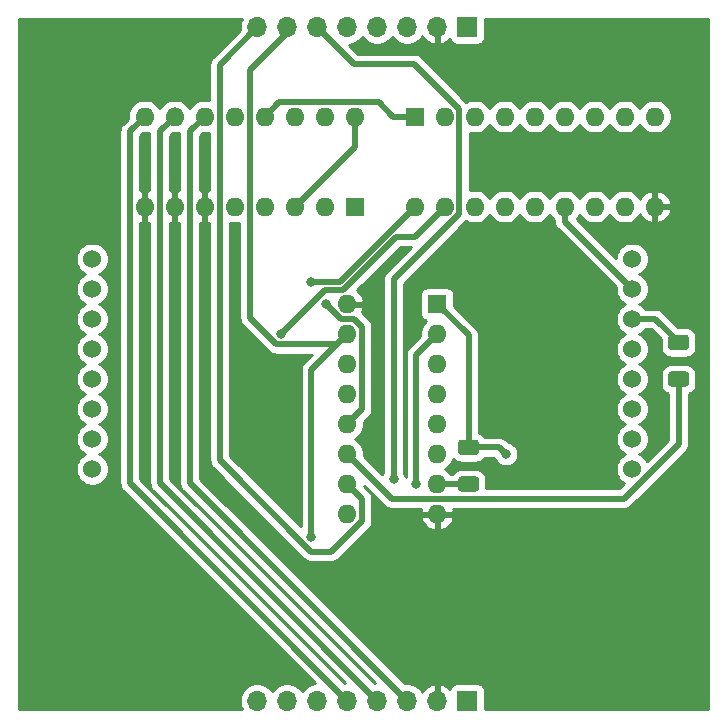
<source format=gbr>
%TF.GenerationSoftware,KiCad,Pcbnew,(5.1.8-0-10_14)*%
%TF.CreationDate,2021-01-04T21:42:45+01:00*%
%TF.ProjectId,led-matrix,6c65642d-6d61-4747-9269-782e6b696361,rev?*%
%TF.SameCoordinates,Original*%
%TF.FileFunction,Copper,L2,Bot*%
%TF.FilePolarity,Positive*%
%FSLAX46Y46*%
G04 Gerber Fmt 4.6, Leading zero omitted, Abs format (unit mm)*
G04 Created by KiCad (PCBNEW (5.1.8-0-10_14)) date 2021-01-04 21:42:45*
%MOMM*%
%LPD*%
G01*
G04 APERTURE LIST*
%TA.AperFunction,ComponentPad*%
%ADD10O,1.700000X1.700000*%
%TD*%
%TA.AperFunction,ComponentPad*%
%ADD11R,1.700000X1.700000*%
%TD*%
%TA.AperFunction,ComponentPad*%
%ADD12C,1.524000*%
%TD*%
%TA.AperFunction,ComponentPad*%
%ADD13O,1.600000X1.600000*%
%TD*%
%TA.AperFunction,ComponentPad*%
%ADD14R,1.600000X1.600000*%
%TD*%
%TA.AperFunction,ViaPad*%
%ADD15C,0.800000*%
%TD*%
%TA.AperFunction,Conductor*%
%ADD16C,0.500000*%
%TD*%
%TA.AperFunction,Conductor*%
%ADD17C,0.254000*%
%TD*%
%TA.AperFunction,Conductor*%
%ADD18C,0.100000*%
%TD*%
G04 APERTURE END LIST*
D10*
%TO.P,J2,8*%
%TO.N,/r_clk*%
X39255000Y-24835000D03*
%TO.P,J2,7*%
%TO.N,/serial_clk*%
X41795000Y-24835000D03*
%TO.P,J2,6*%
%TO.N,/serial_out*%
X44335000Y-24835000D03*
%TO.P,J2,5*%
%TO.N,/s2*%
X46875000Y-24835000D03*
%TO.P,J2,4*%
%TO.N,/s1*%
X49415000Y-24835000D03*
%TO.P,J2,3*%
%TO.N,/s0*%
X51955000Y-24835000D03*
%TO.P,J2,2*%
%TO.N,/GND*%
X54495000Y-24835000D03*
D11*
%TO.P,J2,1*%
%TO.N,/VCC*%
X57035000Y-24835000D03*
%TD*%
D12*
%TO.P,D1,13*%
%TO.N,/c0*%
X25285000Y-54605000D03*
%TO.P,D1,7*%
%TO.N,/b5*%
X71005000Y-46985000D03*
%TO.P,D1,16*%
%TO.N,/c7*%
X25285000Y-62225000D03*
%TO.P,D1,1*%
%TO.N,/b4*%
X71005000Y-62225000D03*
%TO.P,D1,12*%
%TO.N,/b3*%
X25285000Y-52065000D03*
%TO.P,D1,3*%
%TO.N,/c1*%
X71005000Y-57145000D03*
%TO.P,D1,14*%
%TO.N,/b1*%
X25285000Y-57145000D03*
%TO.P,D1,4*%
%TO.N,/c2*%
X71005000Y-54605000D03*
%TO.P,D1,6*%
%TO.N,/c4*%
X71005000Y-49525000D03*
%TO.P,D1,2*%
%TO.N,/b6*%
X71005000Y-59685000D03*
%TO.P,D1,15*%
%TO.N,/c6*%
X25285000Y-59685000D03*
%TO.P,D1,9*%
%TO.N,/b0*%
X25285000Y-44445000D03*
%TO.P,D1,5*%
%TO.N,/b7*%
X71005000Y-52065000D03*
%TO.P,D1,10*%
%TO.N,/c3*%
X25285000Y-46985000D03*
%TO.P,D1,8*%
%TO.N,/b2*%
X71005000Y-44445000D03*
%TO.P,D1,11*%
%TO.N,/c5*%
X25285000Y-49525000D03*
%TD*%
D10*
%TO.P,J1,8*%
%TO.N,/r_clk*%
X39255000Y-81835000D03*
%TO.P,J1,7*%
%TO.N,/serial_clk*%
X41795000Y-81835000D03*
%TO.P,J1,6*%
%TO.N,/serial_in*%
X44335000Y-81835000D03*
%TO.P,J1,5*%
%TO.N,/s2*%
X46875000Y-81835000D03*
%TO.P,J1,4*%
%TO.N,/s1*%
X49415000Y-81835000D03*
%TO.P,J1,3*%
%TO.N,/s0*%
X51955000Y-81835000D03*
%TO.P,J1,2*%
%TO.N,/GND*%
X54495000Y-81835000D03*
D11*
%TO.P,J1,1*%
%TO.N,/VCC*%
X57035000Y-81835000D03*
%TD*%
D13*
%TO.P,U2,18*%
%TO.N,/b0*%
X52590000Y-40000000D03*
%TO.P,U2,9*%
%TO.N,/VCC*%
X72910000Y-32380000D03*
%TO.P,U2,17*%
%TO.N,/b1*%
X55130000Y-40000000D03*
%TO.P,U2,8*%
%TO.N,/a7*%
X70370000Y-32380000D03*
%TO.P,U2,16*%
%TO.N,/b2*%
X57670000Y-40000000D03*
%TO.P,U2,7*%
%TO.N,/a6*%
X67830000Y-32380000D03*
%TO.P,U2,15*%
%TO.N,/b3*%
X60210000Y-40000000D03*
%TO.P,U2,6*%
%TO.N,/a5*%
X65290000Y-32380000D03*
%TO.P,U2,14*%
%TO.N,/b4*%
X62750000Y-40000000D03*
%TO.P,U2,5*%
%TO.N,/a4*%
X62750000Y-32380000D03*
%TO.P,U2,13*%
%TO.N,/b5*%
X65290000Y-40000000D03*
%TO.P,U2,4*%
%TO.N,/a3*%
X60210000Y-32380000D03*
%TO.P,U2,12*%
%TO.N,/b6*%
X67830000Y-40000000D03*
%TO.P,U2,3*%
%TO.N,/a2*%
X57670000Y-32380000D03*
%TO.P,U2,11*%
%TO.N,/b7*%
X70370000Y-40000000D03*
%TO.P,U2,2*%
%TO.N,/a1*%
X55130000Y-32380000D03*
%TO.P,U2,10*%
%TO.N,/GND*%
X72910000Y-40000000D03*
D14*
%TO.P,U2,1*%
%TO.N,/a0*%
X52590000Y-32380000D03*
%TD*%
%TO.P,R5,2*%
%TO.N,/c4*%
%TA.AperFunction,SMDPad,CuDef*%
G36*
G01*
X75555000Y-52160000D02*
X74305000Y-52160000D01*
G75*
G02*
X74055000Y-51910000I0J250000D01*
G01*
X74055000Y-51110000D01*
G75*
G02*
X74305000Y-50860000I250000J0D01*
G01*
X75555000Y-50860000D01*
G75*
G02*
X75805000Y-51110000I0J-250000D01*
G01*
X75805000Y-51910000D01*
G75*
G02*
X75555000Y-52160000I-250000J0D01*
G01*
G37*
%TD.AperFunction*%
%TO.P,R5,1*%
%TO.N,/d4*%
%TA.AperFunction,SMDPad,CuDef*%
G36*
G01*
X75555000Y-55260000D02*
X74305000Y-55260000D01*
G75*
G02*
X74055000Y-55010000I0J250000D01*
G01*
X74055000Y-54210000D01*
G75*
G02*
X74305000Y-53960000I250000J0D01*
G01*
X75555000Y-53960000D01*
G75*
G02*
X75805000Y-54210000I0J-250000D01*
G01*
X75805000Y-55010000D01*
G75*
G02*
X75555000Y-55260000I-250000J0D01*
G01*
G37*
%TD.AperFunction*%
%TD*%
%TO.P,R9,1*%
%TO.N,/VCC*%
%TA.AperFunction,SMDPad,CuDef*%
G36*
G01*
X56525000Y-59750000D02*
X57775000Y-59750000D01*
G75*
G02*
X58025000Y-60000000I0J-250000D01*
G01*
X58025000Y-60800000D01*
G75*
G02*
X57775000Y-61050000I-250000J0D01*
G01*
X56525000Y-61050000D01*
G75*
G02*
X56275000Y-60800000I0J250000D01*
G01*
X56275000Y-60000000D01*
G75*
G02*
X56525000Y-59750000I250000J0D01*
G01*
G37*
%TD.AperFunction*%
%TO.P,R9,2*%
%TO.N,Net-(R9-Pad2)*%
%TA.AperFunction,SMDPad,CuDef*%
G36*
G01*
X56525000Y-62850000D02*
X57775000Y-62850000D01*
G75*
G02*
X58025000Y-63100000I0J-250000D01*
G01*
X58025000Y-63900000D01*
G75*
G02*
X57775000Y-64150000I-250000J0D01*
G01*
X56525000Y-64150000D01*
G75*
G02*
X56275000Y-63900000I0J250000D01*
G01*
X56275000Y-63100000D01*
G75*
G02*
X56525000Y-62850000I250000J0D01*
G01*
G37*
%TD.AperFunction*%
%TD*%
D13*
%TO.P,U3,16*%
%TO.N,/GND*%
X46875000Y-48255000D03*
%TO.P,U3,8*%
X54495000Y-66035000D03*
%TO.P,U3,15*%
%TO.N,/serial_clk*%
X46875000Y-50795000D03*
%TO.P,U3,7*%
%TO.N,Net-(R9-Pad2)*%
X54495000Y-63495000D03*
%TO.P,U3,14*%
%TO.N,/d7*%
X46875000Y-53335000D03*
%TO.P,U3,6*%
%TO.N,/d3*%
X54495000Y-60955000D03*
%TO.P,U3,13*%
%TO.N,/d6*%
X46875000Y-55875000D03*
%TO.P,U3,5*%
%TO.N,/d2*%
X54495000Y-58415000D03*
%TO.P,U3,12*%
%TO.N,/d5*%
X46875000Y-58415000D03*
%TO.P,U3,4*%
%TO.N,/d1*%
X54495000Y-55875000D03*
%TO.P,U3,11*%
%TO.N,/d4*%
X46875000Y-60955000D03*
%TO.P,U3,3*%
%TO.N,/d0*%
X54495000Y-53335000D03*
%TO.P,U3,10*%
%TO.N,/r_clk*%
X46875000Y-63495000D03*
%TO.P,U3,2*%
%TO.N,/serial_in*%
X54495000Y-50795000D03*
%TO.P,U3,9*%
%TO.N,/serial_out*%
X46875000Y-66035000D03*
D14*
%TO.P,U3,1*%
%TO.N,/VCC*%
X54495000Y-48255000D03*
%TD*%
%TO.P,U1,1*%
%TO.N,/a4*%
X47510000Y-40000000D03*
D13*
%TO.P,U1,9*%
%TO.N,/s2*%
X29730000Y-32380000D03*
%TO.P,U1,2*%
%TO.N,/a6*%
X44970000Y-40000000D03*
%TO.P,U1,10*%
%TO.N,/s1*%
X32270000Y-32380000D03*
%TO.P,U1,3*%
%TO.N,/VCC*%
X42430000Y-40000000D03*
%TO.P,U1,11*%
%TO.N,/s0*%
X34810000Y-32380000D03*
%TO.P,U1,4*%
%TO.N,/a7*%
X39890000Y-40000000D03*
%TO.P,U1,12*%
%TO.N,/a3*%
X37350000Y-32380000D03*
%TO.P,U1,5*%
%TO.N,/a5*%
X37350000Y-40000000D03*
%TO.P,U1,13*%
%TO.N,/a0*%
X39890000Y-32380000D03*
%TO.P,U1,6*%
%TO.N,/GND*%
X34810000Y-40000000D03*
%TO.P,U1,14*%
%TO.N,/a1*%
X42430000Y-32380000D03*
%TO.P,U1,7*%
%TO.N,/GND*%
X32270000Y-40000000D03*
%TO.P,U1,15*%
%TO.N,/a2*%
X44970000Y-32380000D03*
%TO.P,U1,8*%
%TO.N,/GND*%
X29730000Y-40000000D03*
%TO.P,U1,16*%
%TO.N,/VCC*%
X47510000Y-32380000D03*
%TD*%
D15*
%TO.N,/b1*%
X41275000Y-50800000D03*
%TO.N,/b0*%
X43815000Y-46355000D03*
%TO.N,/serial_clk*%
X43815000Y-67945000D03*
%TO.N,/serial_in*%
X52705000Y-63500000D03*
%TO.N,/GND*%
X64770000Y-48260000D03*
X39370000Y-54610000D03*
X40640000Y-64135000D03*
X45085000Y-71755000D03*
X57150000Y-43815000D03*
X49530000Y-59690000D03*
X22225000Y-26670000D03*
%TO.N,/VCC*%
X60325000Y-60960000D03*
%TO.N,/serial_out*%
X50800000Y-63055001D03*
%TO.N,/d5*%
X45085000Y-48260000D03*
%TD*%
D16*
%TO.N,/b1*%
X46524952Y-47055010D02*
X51034962Y-42545000D01*
X45031988Y-47055010D02*
X46524952Y-47055010D01*
X52585000Y-42545000D02*
X55130000Y-40000000D01*
X51034962Y-42545000D02*
X52585000Y-42545000D01*
X45031988Y-47055010D02*
X42556998Y-49530000D01*
X42556998Y-49530000D02*
X42545000Y-49530000D01*
X42545000Y-49530000D02*
X41275000Y-50800000D01*
%TO.N,/b0*%
X46235000Y-46355000D02*
X52590000Y-40000000D01*
X43815000Y-46355000D02*
X46235000Y-46355000D01*
%TO.N,/b5*%
X65290000Y-41270000D02*
X65290000Y-40000000D01*
X71005000Y-46985000D02*
X65290000Y-41270000D01*
%TO.N,/c4*%
X72945000Y-49525000D02*
X74930000Y-51510000D01*
X71005000Y-49525000D02*
X72945000Y-49525000D01*
%TO.N,/r_clk*%
X36099999Y-61488001D02*
X43826998Y-69215000D01*
X36099999Y-27990001D02*
X36099999Y-61488001D01*
X39255000Y-24835000D02*
X36099999Y-27990001D01*
X48125001Y-64745001D02*
X46875000Y-63495000D01*
X48125001Y-66635001D02*
X48125001Y-64745001D01*
X45545002Y-69215000D02*
X48125001Y-66635001D01*
X43826998Y-69215000D02*
X45545002Y-69215000D01*
%TO.N,/serial_clk*%
X46875000Y-50795000D02*
X43815000Y-53855000D01*
X41795000Y-24835000D02*
X41795000Y-25285000D01*
X41795000Y-25285000D02*
X38639999Y-28440001D01*
X43815000Y-53855000D02*
X43815000Y-53975000D01*
X43815000Y-53975000D02*
X43815000Y-67945000D01*
X46019999Y-51650001D02*
X46875000Y-50795000D01*
X40866999Y-51650001D02*
X46019999Y-51650001D01*
X38639999Y-49423001D02*
X40866999Y-51650001D01*
X38639999Y-28440001D02*
X38639999Y-49423001D01*
%TO.N,/serial_in*%
X54495000Y-50795000D02*
X52705000Y-52585000D01*
X52705000Y-52585000D02*
X52705000Y-63500000D01*
%TO.N,/s2*%
X28479999Y-63439999D02*
X46875000Y-81835000D01*
X28479999Y-33630001D02*
X28479999Y-63439999D01*
X29730000Y-32380000D02*
X28479999Y-33630001D01*
%TO.N,/s1*%
X32270000Y-31865000D02*
X32270000Y-32380000D01*
X31019999Y-63439999D02*
X49415000Y-81835000D01*
X31019999Y-33630001D02*
X31019999Y-63439999D01*
X32270000Y-32380000D02*
X31019999Y-33630001D01*
%TO.N,/s0*%
X33559999Y-33630001D02*
X34810000Y-32380000D01*
X33559999Y-63439999D02*
X33559999Y-33630001D01*
X51955000Y-81835000D02*
X33559999Y-63439999D01*
%TO.N,/VCC*%
X47510000Y-34920000D02*
X42430000Y-40000000D01*
X47510000Y-32380000D02*
X47510000Y-34920000D01*
X57150000Y-50910000D02*
X54495000Y-48255000D01*
X57150000Y-60400000D02*
X57150000Y-50910000D01*
X59765000Y-60400000D02*
X60325000Y-60960000D01*
X57150000Y-60400000D02*
X59765000Y-60400000D01*
%TO.N,/serial_out*%
X56380001Y-40600001D02*
X50800000Y-46180002D01*
X50800000Y-46180002D02*
X50800000Y-63055001D01*
X44335000Y-24835000D02*
X47440000Y-27940000D01*
X52540002Y-27940000D02*
X56380001Y-31779999D01*
X47440000Y-27940000D02*
X52540002Y-27940000D01*
X56380001Y-31779999D02*
X56380001Y-39870001D01*
X56380001Y-39870001D02*
X56380001Y-40600001D01*
X56380001Y-39399999D02*
X56380001Y-39870001D01*
%TO.N,/d4*%
X70278761Y-64745001D02*
X50665001Y-64745001D01*
X50665001Y-64745001D02*
X46875000Y-60955000D01*
X74930000Y-60093762D02*
X70278761Y-64745001D01*
X74930000Y-54610000D02*
X74930000Y-60093762D01*
%TO.N,/d5*%
X46875000Y-58415000D02*
X48125001Y-57164999D01*
X48125001Y-50194999D02*
X47460002Y-49530000D01*
X48125001Y-57164999D02*
X48125001Y-50194999D01*
X47460002Y-49530000D02*
X46355000Y-49530000D01*
X46355000Y-49530000D02*
X45085000Y-48260000D01*
%TO.N,/a0*%
X52590000Y-32380000D02*
X50795000Y-32380000D01*
X41140001Y-31129999D02*
X39890000Y-32380000D01*
X49544999Y-31129999D02*
X41140001Y-31129999D01*
X50795000Y-32380000D02*
X49544999Y-31129999D01*
%TO.N,Net-(R9-Pad2)*%
X57145000Y-63495000D02*
X57150000Y-63500000D01*
X54495000Y-63495000D02*
X57145000Y-63495000D01*
%TD*%
D17*
%TO.N,/GND*%
X37827068Y-24401842D02*
X37770000Y-24688740D01*
X37770000Y-24981260D01*
X37784461Y-25053960D01*
X35504955Y-27333467D01*
X35471182Y-27361184D01*
X35360588Y-27495943D01*
X35278410Y-27649689D01*
X35227804Y-27816512D01*
X35214999Y-27946525D01*
X35214999Y-27946532D01*
X35210718Y-27990001D01*
X35214999Y-28033470D01*
X35214999Y-30997447D01*
X34951335Y-30945000D01*
X34668665Y-30945000D01*
X34391426Y-31000147D01*
X34130273Y-31108320D01*
X33895241Y-31265363D01*
X33695363Y-31465241D01*
X33540000Y-31697759D01*
X33384637Y-31465241D01*
X33184759Y-31265363D01*
X32949727Y-31108320D01*
X32688574Y-31000147D01*
X32411335Y-30945000D01*
X32128665Y-30945000D01*
X31851426Y-31000147D01*
X31590273Y-31108320D01*
X31355241Y-31265363D01*
X31155363Y-31465241D01*
X31000000Y-31697759D01*
X30844637Y-31465241D01*
X30644759Y-31265363D01*
X30409727Y-31108320D01*
X30148574Y-31000147D01*
X29871335Y-30945000D01*
X29588665Y-30945000D01*
X29311426Y-31000147D01*
X29050273Y-31108320D01*
X28815241Y-31265363D01*
X28615363Y-31465241D01*
X28458320Y-31700273D01*
X28350147Y-31961426D01*
X28295000Y-32238665D01*
X28295000Y-32521335D01*
X28301983Y-32556439D01*
X27884955Y-32973467D01*
X27851182Y-33001184D01*
X27740588Y-33135943D01*
X27658410Y-33289689D01*
X27607804Y-33456512D01*
X27594999Y-33586525D01*
X27594999Y-33586532D01*
X27590718Y-33630001D01*
X27594999Y-33673470D01*
X27595000Y-63396520D01*
X27590718Y-63439999D01*
X27607804Y-63613489D01*
X27658411Y-63780312D01*
X27740589Y-63934058D01*
X27823467Y-64035045D01*
X27823470Y-64035048D01*
X27851183Y-64068816D01*
X27884951Y-64096529D01*
X44146770Y-80358348D01*
X43901842Y-80407068D01*
X43631589Y-80519010D01*
X43388368Y-80681525D01*
X43181525Y-80888368D01*
X43065000Y-81062760D01*
X42948475Y-80888368D01*
X42741632Y-80681525D01*
X42498411Y-80519010D01*
X42228158Y-80407068D01*
X41941260Y-80350000D01*
X41648740Y-80350000D01*
X41361842Y-80407068D01*
X41091589Y-80519010D01*
X40848368Y-80681525D01*
X40641525Y-80888368D01*
X40525000Y-81062760D01*
X40408475Y-80888368D01*
X40201632Y-80681525D01*
X39958411Y-80519010D01*
X39688158Y-80407068D01*
X39401260Y-80350000D01*
X39108740Y-80350000D01*
X38821842Y-80407068D01*
X38551589Y-80519010D01*
X38308368Y-80681525D01*
X38101525Y-80888368D01*
X37939010Y-81131589D01*
X37827068Y-81401842D01*
X37770000Y-81688740D01*
X37770000Y-81981260D01*
X37827068Y-82268158D01*
X37933455Y-82525000D01*
X19075000Y-82525000D01*
X19075000Y-44307408D01*
X23888000Y-44307408D01*
X23888000Y-44582592D01*
X23941686Y-44852490D01*
X24046995Y-45106727D01*
X24199880Y-45335535D01*
X24394465Y-45530120D01*
X24623273Y-45683005D01*
X24700515Y-45715000D01*
X24623273Y-45746995D01*
X24394465Y-45899880D01*
X24199880Y-46094465D01*
X24046995Y-46323273D01*
X23941686Y-46577510D01*
X23888000Y-46847408D01*
X23888000Y-47122592D01*
X23941686Y-47392490D01*
X24046995Y-47646727D01*
X24199880Y-47875535D01*
X24394465Y-48070120D01*
X24623273Y-48223005D01*
X24700515Y-48255000D01*
X24623273Y-48286995D01*
X24394465Y-48439880D01*
X24199880Y-48634465D01*
X24046995Y-48863273D01*
X23941686Y-49117510D01*
X23888000Y-49387408D01*
X23888000Y-49662592D01*
X23941686Y-49932490D01*
X24046995Y-50186727D01*
X24199880Y-50415535D01*
X24394465Y-50610120D01*
X24623273Y-50763005D01*
X24700515Y-50795000D01*
X24623273Y-50826995D01*
X24394465Y-50979880D01*
X24199880Y-51174465D01*
X24046995Y-51403273D01*
X23941686Y-51657510D01*
X23888000Y-51927408D01*
X23888000Y-52202592D01*
X23941686Y-52472490D01*
X24046995Y-52726727D01*
X24199880Y-52955535D01*
X24394465Y-53150120D01*
X24623273Y-53303005D01*
X24700515Y-53335000D01*
X24623273Y-53366995D01*
X24394465Y-53519880D01*
X24199880Y-53714465D01*
X24046995Y-53943273D01*
X23941686Y-54197510D01*
X23888000Y-54467408D01*
X23888000Y-54742592D01*
X23941686Y-55012490D01*
X24046995Y-55266727D01*
X24199880Y-55495535D01*
X24394465Y-55690120D01*
X24623273Y-55843005D01*
X24700515Y-55875000D01*
X24623273Y-55906995D01*
X24394465Y-56059880D01*
X24199880Y-56254465D01*
X24046995Y-56483273D01*
X23941686Y-56737510D01*
X23888000Y-57007408D01*
X23888000Y-57282592D01*
X23941686Y-57552490D01*
X24046995Y-57806727D01*
X24199880Y-58035535D01*
X24394465Y-58230120D01*
X24623273Y-58383005D01*
X24700515Y-58415000D01*
X24623273Y-58446995D01*
X24394465Y-58599880D01*
X24199880Y-58794465D01*
X24046995Y-59023273D01*
X23941686Y-59277510D01*
X23888000Y-59547408D01*
X23888000Y-59822592D01*
X23941686Y-60092490D01*
X24046995Y-60346727D01*
X24199880Y-60575535D01*
X24394465Y-60770120D01*
X24623273Y-60923005D01*
X24700515Y-60955000D01*
X24623273Y-60986995D01*
X24394465Y-61139880D01*
X24199880Y-61334465D01*
X24046995Y-61563273D01*
X23941686Y-61817510D01*
X23888000Y-62087408D01*
X23888000Y-62362592D01*
X23941686Y-62632490D01*
X24046995Y-62886727D01*
X24199880Y-63115535D01*
X24394465Y-63310120D01*
X24623273Y-63463005D01*
X24877510Y-63568314D01*
X25147408Y-63622000D01*
X25422592Y-63622000D01*
X25692490Y-63568314D01*
X25946727Y-63463005D01*
X26175535Y-63310120D01*
X26370120Y-63115535D01*
X26523005Y-62886727D01*
X26628314Y-62632490D01*
X26682000Y-62362592D01*
X26682000Y-62087408D01*
X26628314Y-61817510D01*
X26523005Y-61563273D01*
X26370120Y-61334465D01*
X26175535Y-61139880D01*
X25946727Y-60986995D01*
X25869485Y-60955000D01*
X25946727Y-60923005D01*
X26175535Y-60770120D01*
X26370120Y-60575535D01*
X26523005Y-60346727D01*
X26628314Y-60092490D01*
X26682000Y-59822592D01*
X26682000Y-59547408D01*
X26628314Y-59277510D01*
X26523005Y-59023273D01*
X26370120Y-58794465D01*
X26175535Y-58599880D01*
X25946727Y-58446995D01*
X25869485Y-58415000D01*
X25946727Y-58383005D01*
X26175535Y-58230120D01*
X26370120Y-58035535D01*
X26523005Y-57806727D01*
X26628314Y-57552490D01*
X26682000Y-57282592D01*
X26682000Y-57007408D01*
X26628314Y-56737510D01*
X26523005Y-56483273D01*
X26370120Y-56254465D01*
X26175535Y-56059880D01*
X25946727Y-55906995D01*
X25869485Y-55875000D01*
X25946727Y-55843005D01*
X26175535Y-55690120D01*
X26370120Y-55495535D01*
X26523005Y-55266727D01*
X26628314Y-55012490D01*
X26682000Y-54742592D01*
X26682000Y-54467408D01*
X26628314Y-54197510D01*
X26523005Y-53943273D01*
X26370120Y-53714465D01*
X26175535Y-53519880D01*
X25946727Y-53366995D01*
X25869485Y-53335000D01*
X25946727Y-53303005D01*
X26175535Y-53150120D01*
X26370120Y-52955535D01*
X26523005Y-52726727D01*
X26628314Y-52472490D01*
X26682000Y-52202592D01*
X26682000Y-51927408D01*
X26628314Y-51657510D01*
X26523005Y-51403273D01*
X26370120Y-51174465D01*
X26175535Y-50979880D01*
X25946727Y-50826995D01*
X25869485Y-50795000D01*
X25946727Y-50763005D01*
X26175535Y-50610120D01*
X26370120Y-50415535D01*
X26523005Y-50186727D01*
X26628314Y-49932490D01*
X26682000Y-49662592D01*
X26682000Y-49387408D01*
X26628314Y-49117510D01*
X26523005Y-48863273D01*
X26370120Y-48634465D01*
X26175535Y-48439880D01*
X25946727Y-48286995D01*
X25869485Y-48255000D01*
X25946727Y-48223005D01*
X26175535Y-48070120D01*
X26370120Y-47875535D01*
X26523005Y-47646727D01*
X26628314Y-47392490D01*
X26682000Y-47122592D01*
X26682000Y-46847408D01*
X26628314Y-46577510D01*
X26523005Y-46323273D01*
X26370120Y-46094465D01*
X26175535Y-45899880D01*
X25946727Y-45746995D01*
X25869485Y-45715000D01*
X25946727Y-45683005D01*
X26175535Y-45530120D01*
X26370120Y-45335535D01*
X26523005Y-45106727D01*
X26628314Y-44852490D01*
X26682000Y-44582592D01*
X26682000Y-44307408D01*
X26628314Y-44037510D01*
X26523005Y-43783273D01*
X26370120Y-43554465D01*
X26175535Y-43359880D01*
X25946727Y-43206995D01*
X25692490Y-43101686D01*
X25422592Y-43048000D01*
X25147408Y-43048000D01*
X24877510Y-43101686D01*
X24623273Y-43206995D01*
X24394465Y-43359880D01*
X24199880Y-43554465D01*
X24046995Y-43783273D01*
X23941686Y-44037510D01*
X23888000Y-44307408D01*
X19075000Y-44307408D01*
X19075000Y-24155000D01*
X37929313Y-24155000D01*
X37827068Y-24401842D01*
%TA.AperFunction,Conductor*%
D18*
G36*
X37827068Y-24401842D02*
G01*
X37770000Y-24688740D01*
X37770000Y-24981260D01*
X37784461Y-25053960D01*
X35504955Y-27333467D01*
X35471182Y-27361184D01*
X35360588Y-27495943D01*
X35278410Y-27649689D01*
X35227804Y-27816512D01*
X35214999Y-27946525D01*
X35214999Y-27946532D01*
X35210718Y-27990001D01*
X35214999Y-28033470D01*
X35214999Y-30997447D01*
X34951335Y-30945000D01*
X34668665Y-30945000D01*
X34391426Y-31000147D01*
X34130273Y-31108320D01*
X33895241Y-31265363D01*
X33695363Y-31465241D01*
X33540000Y-31697759D01*
X33384637Y-31465241D01*
X33184759Y-31265363D01*
X32949727Y-31108320D01*
X32688574Y-31000147D01*
X32411335Y-30945000D01*
X32128665Y-30945000D01*
X31851426Y-31000147D01*
X31590273Y-31108320D01*
X31355241Y-31265363D01*
X31155363Y-31465241D01*
X31000000Y-31697759D01*
X30844637Y-31465241D01*
X30644759Y-31265363D01*
X30409727Y-31108320D01*
X30148574Y-31000147D01*
X29871335Y-30945000D01*
X29588665Y-30945000D01*
X29311426Y-31000147D01*
X29050273Y-31108320D01*
X28815241Y-31265363D01*
X28615363Y-31465241D01*
X28458320Y-31700273D01*
X28350147Y-31961426D01*
X28295000Y-32238665D01*
X28295000Y-32521335D01*
X28301983Y-32556439D01*
X27884955Y-32973467D01*
X27851182Y-33001184D01*
X27740588Y-33135943D01*
X27658410Y-33289689D01*
X27607804Y-33456512D01*
X27594999Y-33586525D01*
X27594999Y-33586532D01*
X27590718Y-33630001D01*
X27594999Y-33673470D01*
X27595000Y-63396520D01*
X27590718Y-63439999D01*
X27607804Y-63613489D01*
X27658411Y-63780312D01*
X27740589Y-63934058D01*
X27823467Y-64035045D01*
X27823470Y-64035048D01*
X27851183Y-64068816D01*
X27884951Y-64096529D01*
X44146770Y-80358348D01*
X43901842Y-80407068D01*
X43631589Y-80519010D01*
X43388368Y-80681525D01*
X43181525Y-80888368D01*
X43065000Y-81062760D01*
X42948475Y-80888368D01*
X42741632Y-80681525D01*
X42498411Y-80519010D01*
X42228158Y-80407068D01*
X41941260Y-80350000D01*
X41648740Y-80350000D01*
X41361842Y-80407068D01*
X41091589Y-80519010D01*
X40848368Y-80681525D01*
X40641525Y-80888368D01*
X40525000Y-81062760D01*
X40408475Y-80888368D01*
X40201632Y-80681525D01*
X39958411Y-80519010D01*
X39688158Y-80407068D01*
X39401260Y-80350000D01*
X39108740Y-80350000D01*
X38821842Y-80407068D01*
X38551589Y-80519010D01*
X38308368Y-80681525D01*
X38101525Y-80888368D01*
X37939010Y-81131589D01*
X37827068Y-81401842D01*
X37770000Y-81688740D01*
X37770000Y-81981260D01*
X37827068Y-82268158D01*
X37933455Y-82525000D01*
X19075000Y-82525000D01*
X19075000Y-44307408D01*
X23888000Y-44307408D01*
X23888000Y-44582592D01*
X23941686Y-44852490D01*
X24046995Y-45106727D01*
X24199880Y-45335535D01*
X24394465Y-45530120D01*
X24623273Y-45683005D01*
X24700515Y-45715000D01*
X24623273Y-45746995D01*
X24394465Y-45899880D01*
X24199880Y-46094465D01*
X24046995Y-46323273D01*
X23941686Y-46577510D01*
X23888000Y-46847408D01*
X23888000Y-47122592D01*
X23941686Y-47392490D01*
X24046995Y-47646727D01*
X24199880Y-47875535D01*
X24394465Y-48070120D01*
X24623273Y-48223005D01*
X24700515Y-48255000D01*
X24623273Y-48286995D01*
X24394465Y-48439880D01*
X24199880Y-48634465D01*
X24046995Y-48863273D01*
X23941686Y-49117510D01*
X23888000Y-49387408D01*
X23888000Y-49662592D01*
X23941686Y-49932490D01*
X24046995Y-50186727D01*
X24199880Y-50415535D01*
X24394465Y-50610120D01*
X24623273Y-50763005D01*
X24700515Y-50795000D01*
X24623273Y-50826995D01*
X24394465Y-50979880D01*
X24199880Y-51174465D01*
X24046995Y-51403273D01*
X23941686Y-51657510D01*
X23888000Y-51927408D01*
X23888000Y-52202592D01*
X23941686Y-52472490D01*
X24046995Y-52726727D01*
X24199880Y-52955535D01*
X24394465Y-53150120D01*
X24623273Y-53303005D01*
X24700515Y-53335000D01*
X24623273Y-53366995D01*
X24394465Y-53519880D01*
X24199880Y-53714465D01*
X24046995Y-53943273D01*
X23941686Y-54197510D01*
X23888000Y-54467408D01*
X23888000Y-54742592D01*
X23941686Y-55012490D01*
X24046995Y-55266727D01*
X24199880Y-55495535D01*
X24394465Y-55690120D01*
X24623273Y-55843005D01*
X24700515Y-55875000D01*
X24623273Y-55906995D01*
X24394465Y-56059880D01*
X24199880Y-56254465D01*
X24046995Y-56483273D01*
X23941686Y-56737510D01*
X23888000Y-57007408D01*
X23888000Y-57282592D01*
X23941686Y-57552490D01*
X24046995Y-57806727D01*
X24199880Y-58035535D01*
X24394465Y-58230120D01*
X24623273Y-58383005D01*
X24700515Y-58415000D01*
X24623273Y-58446995D01*
X24394465Y-58599880D01*
X24199880Y-58794465D01*
X24046995Y-59023273D01*
X23941686Y-59277510D01*
X23888000Y-59547408D01*
X23888000Y-59822592D01*
X23941686Y-60092490D01*
X24046995Y-60346727D01*
X24199880Y-60575535D01*
X24394465Y-60770120D01*
X24623273Y-60923005D01*
X24700515Y-60955000D01*
X24623273Y-60986995D01*
X24394465Y-61139880D01*
X24199880Y-61334465D01*
X24046995Y-61563273D01*
X23941686Y-61817510D01*
X23888000Y-62087408D01*
X23888000Y-62362592D01*
X23941686Y-62632490D01*
X24046995Y-62886727D01*
X24199880Y-63115535D01*
X24394465Y-63310120D01*
X24623273Y-63463005D01*
X24877510Y-63568314D01*
X25147408Y-63622000D01*
X25422592Y-63622000D01*
X25692490Y-63568314D01*
X25946727Y-63463005D01*
X26175535Y-63310120D01*
X26370120Y-63115535D01*
X26523005Y-62886727D01*
X26628314Y-62632490D01*
X26682000Y-62362592D01*
X26682000Y-62087408D01*
X26628314Y-61817510D01*
X26523005Y-61563273D01*
X26370120Y-61334465D01*
X26175535Y-61139880D01*
X25946727Y-60986995D01*
X25869485Y-60955000D01*
X25946727Y-60923005D01*
X26175535Y-60770120D01*
X26370120Y-60575535D01*
X26523005Y-60346727D01*
X26628314Y-60092490D01*
X26682000Y-59822592D01*
X26682000Y-59547408D01*
X26628314Y-59277510D01*
X26523005Y-59023273D01*
X26370120Y-58794465D01*
X26175535Y-58599880D01*
X25946727Y-58446995D01*
X25869485Y-58415000D01*
X25946727Y-58383005D01*
X26175535Y-58230120D01*
X26370120Y-58035535D01*
X26523005Y-57806727D01*
X26628314Y-57552490D01*
X26682000Y-57282592D01*
X26682000Y-57007408D01*
X26628314Y-56737510D01*
X26523005Y-56483273D01*
X26370120Y-56254465D01*
X26175535Y-56059880D01*
X25946727Y-55906995D01*
X25869485Y-55875000D01*
X25946727Y-55843005D01*
X26175535Y-55690120D01*
X26370120Y-55495535D01*
X26523005Y-55266727D01*
X26628314Y-55012490D01*
X26682000Y-54742592D01*
X26682000Y-54467408D01*
X26628314Y-54197510D01*
X26523005Y-53943273D01*
X26370120Y-53714465D01*
X26175535Y-53519880D01*
X25946727Y-53366995D01*
X25869485Y-53335000D01*
X25946727Y-53303005D01*
X26175535Y-53150120D01*
X26370120Y-52955535D01*
X26523005Y-52726727D01*
X26628314Y-52472490D01*
X26682000Y-52202592D01*
X26682000Y-51927408D01*
X26628314Y-51657510D01*
X26523005Y-51403273D01*
X26370120Y-51174465D01*
X26175535Y-50979880D01*
X25946727Y-50826995D01*
X25869485Y-50795000D01*
X25946727Y-50763005D01*
X26175535Y-50610120D01*
X26370120Y-50415535D01*
X26523005Y-50186727D01*
X26628314Y-49932490D01*
X26682000Y-49662592D01*
X26682000Y-49387408D01*
X26628314Y-49117510D01*
X26523005Y-48863273D01*
X26370120Y-48634465D01*
X26175535Y-48439880D01*
X25946727Y-48286995D01*
X25869485Y-48255000D01*
X25946727Y-48223005D01*
X26175535Y-48070120D01*
X26370120Y-47875535D01*
X26523005Y-47646727D01*
X26628314Y-47392490D01*
X26682000Y-47122592D01*
X26682000Y-46847408D01*
X26628314Y-46577510D01*
X26523005Y-46323273D01*
X26370120Y-46094465D01*
X26175535Y-45899880D01*
X25946727Y-45746995D01*
X25869485Y-45715000D01*
X25946727Y-45683005D01*
X26175535Y-45530120D01*
X26370120Y-45335535D01*
X26523005Y-45106727D01*
X26628314Y-44852490D01*
X26682000Y-44582592D01*
X26682000Y-44307408D01*
X26628314Y-44037510D01*
X26523005Y-43783273D01*
X26370120Y-43554465D01*
X26175535Y-43359880D01*
X25946727Y-43206995D01*
X25692490Y-43101686D01*
X25422592Y-43048000D01*
X25147408Y-43048000D01*
X24877510Y-43101686D01*
X24623273Y-43206995D01*
X24394465Y-43359880D01*
X24199880Y-43554465D01*
X24046995Y-43783273D01*
X23941686Y-44037510D01*
X23888000Y-44307408D01*
X19075000Y-44307408D01*
X19075000Y-24155000D01*
X37929313Y-24155000D01*
X37827068Y-24401842D01*
G37*
%TD.AperFunction*%
D17*
X77445001Y-82525000D02*
X58523072Y-82525000D01*
X58523072Y-80985000D01*
X58510812Y-80860518D01*
X58474502Y-80740820D01*
X58415537Y-80630506D01*
X58336185Y-80533815D01*
X58239494Y-80454463D01*
X58129180Y-80395498D01*
X58009482Y-80359188D01*
X57885000Y-80346928D01*
X56185000Y-80346928D01*
X56060518Y-80359188D01*
X55940820Y-80395498D01*
X55830506Y-80454463D01*
X55733815Y-80533815D01*
X55654463Y-80630506D01*
X55595498Y-80740820D01*
X55571034Y-80821466D01*
X55495269Y-80737412D01*
X55261920Y-80563359D01*
X54999099Y-80438175D01*
X54851890Y-80393524D01*
X54622000Y-80514845D01*
X54622000Y-81708000D01*
X54642000Y-81708000D01*
X54642000Y-81962000D01*
X54622000Y-81962000D01*
X54622000Y-81982000D01*
X54368000Y-81982000D01*
X54368000Y-81962000D01*
X54348000Y-81962000D01*
X54348000Y-81708000D01*
X54368000Y-81708000D01*
X54368000Y-80514845D01*
X54138110Y-80393524D01*
X53990901Y-80438175D01*
X53728080Y-80563359D01*
X53494731Y-80737412D01*
X53299822Y-80953645D01*
X53230195Y-81070534D01*
X53108475Y-80888368D01*
X52901632Y-80681525D01*
X52658411Y-80519010D01*
X52388158Y-80407068D01*
X52101260Y-80350000D01*
X51808740Y-80350000D01*
X51736040Y-80364461D01*
X34444999Y-63073421D01*
X34444999Y-41387063D01*
X34460961Y-41391904D01*
X34683000Y-41269915D01*
X34683000Y-40127000D01*
X34663000Y-40127000D01*
X34663000Y-39873000D01*
X34683000Y-39873000D01*
X34683000Y-38730085D01*
X34460961Y-38608096D01*
X34444999Y-38612937D01*
X34444999Y-33996579D01*
X34633561Y-33808017D01*
X34668665Y-33815000D01*
X34951335Y-33815000D01*
X35214999Y-33762553D01*
X35214999Y-38625069D01*
X35159039Y-38608096D01*
X34937000Y-38730085D01*
X34937000Y-39873000D01*
X34957000Y-39873000D01*
X34957000Y-40127000D01*
X34937000Y-40127000D01*
X34937000Y-41269915D01*
X35159039Y-41391904D01*
X35214999Y-41374931D01*
X35215000Y-61444522D01*
X35210718Y-61488001D01*
X35227804Y-61661491D01*
X35278411Y-61828314D01*
X35360589Y-61982060D01*
X35443467Y-62083047D01*
X35443470Y-62083050D01*
X35471183Y-62116818D01*
X35504951Y-62144531D01*
X43170468Y-69810049D01*
X43198181Y-69843817D01*
X43231949Y-69871530D01*
X43231951Y-69871532D01*
X43332938Y-69954410D01*
X43332939Y-69954411D01*
X43486685Y-70036589D01*
X43653508Y-70087195D01*
X43783521Y-70100000D01*
X43783529Y-70100000D01*
X43826998Y-70104281D01*
X43870467Y-70100000D01*
X45501533Y-70100000D01*
X45545002Y-70104281D01*
X45588471Y-70100000D01*
X45588479Y-70100000D01*
X45718492Y-70087195D01*
X45885315Y-70036589D01*
X46039061Y-69954411D01*
X46173819Y-69843817D01*
X46201536Y-69810044D01*
X48720051Y-67291530D01*
X48753818Y-67263818D01*
X48816546Y-67187385D01*
X48864412Y-67129060D01*
X48946590Y-66975315D01*
X48997196Y-66808491D01*
X48997196Y-66808490D01*
X49010001Y-66678478D01*
X49010001Y-66678470D01*
X49014282Y-66635001D01*
X49010001Y-66591532D01*
X49010001Y-66384039D01*
X53103096Y-66384039D01*
X53143754Y-66518087D01*
X53263963Y-66772420D01*
X53431481Y-66998414D01*
X53639869Y-67187385D01*
X53881119Y-67332070D01*
X54145960Y-67426909D01*
X54368000Y-67305624D01*
X54368000Y-66162000D01*
X54622000Y-66162000D01*
X54622000Y-67305624D01*
X54844040Y-67426909D01*
X55108881Y-67332070D01*
X55350131Y-67187385D01*
X55558519Y-66998414D01*
X55726037Y-66772420D01*
X55846246Y-66518087D01*
X55886904Y-66384039D01*
X55764915Y-66162000D01*
X54622000Y-66162000D01*
X54368000Y-66162000D01*
X53225085Y-66162000D01*
X53103096Y-66384039D01*
X49010001Y-66384039D01*
X49010001Y-64788466D01*
X49014282Y-64745000D01*
X49010001Y-64701534D01*
X49010001Y-64701524D01*
X48997196Y-64571511D01*
X48946590Y-64404688D01*
X48864412Y-64250942D01*
X48805707Y-64179410D01*
X48781533Y-64149954D01*
X48781531Y-64149952D01*
X48753818Y-64116184D01*
X48720050Y-64088471D01*
X48303017Y-63671439D01*
X48309130Y-63640709D01*
X50008471Y-65340050D01*
X50036184Y-65373818D01*
X50069952Y-65401531D01*
X50069954Y-65401533D01*
X50170941Y-65484411D01*
X50170942Y-65484412D01*
X50324688Y-65566590D01*
X50491511Y-65617196D01*
X50621524Y-65630001D01*
X50621532Y-65630001D01*
X50665001Y-65634282D01*
X50708470Y-65630001D01*
X53120069Y-65630001D01*
X53103096Y-65685961D01*
X53225085Y-65908000D01*
X54368000Y-65908000D01*
X54368000Y-65888000D01*
X54622000Y-65888000D01*
X54622000Y-65908000D01*
X55764915Y-65908000D01*
X55886904Y-65685961D01*
X55869931Y-65630001D01*
X70235292Y-65630001D01*
X70278761Y-65634282D01*
X70322230Y-65630001D01*
X70322238Y-65630001D01*
X70452251Y-65617196D01*
X70619074Y-65566590D01*
X70772820Y-65484412D01*
X70907578Y-65373818D01*
X70935295Y-65340045D01*
X75525049Y-60750292D01*
X75558817Y-60722579D01*
X75611733Y-60658102D01*
X75669410Y-60587822D01*
X75669411Y-60587821D01*
X75751589Y-60434075D01*
X75802195Y-60267252D01*
X75815000Y-60137239D01*
X75815000Y-60137229D01*
X75819281Y-60093763D01*
X75815000Y-60050297D01*
X75815000Y-55854694D01*
X75894850Y-55830472D01*
X76048386Y-55748405D01*
X76182962Y-55637962D01*
X76293405Y-55503386D01*
X76375472Y-55349850D01*
X76426008Y-55183254D01*
X76443072Y-55010000D01*
X76443072Y-54210000D01*
X76426008Y-54036746D01*
X76375472Y-53870150D01*
X76293405Y-53716614D01*
X76182962Y-53582038D01*
X76048386Y-53471595D01*
X75894850Y-53389528D01*
X75728254Y-53338992D01*
X75555000Y-53321928D01*
X74305000Y-53321928D01*
X74131746Y-53338992D01*
X73965150Y-53389528D01*
X73811614Y-53471595D01*
X73677038Y-53582038D01*
X73566595Y-53716614D01*
X73484528Y-53870150D01*
X73433992Y-54036746D01*
X73416928Y-54210000D01*
X73416928Y-55010000D01*
X73433992Y-55183254D01*
X73484528Y-55349850D01*
X73566595Y-55503386D01*
X73677038Y-55637962D01*
X73811614Y-55748405D01*
X73965150Y-55830472D01*
X74045000Y-55854694D01*
X74045001Y-59727182D01*
X72229349Y-61542835D01*
X72090120Y-61334465D01*
X71895535Y-61139880D01*
X71666727Y-60986995D01*
X71589485Y-60955000D01*
X71666727Y-60923005D01*
X71895535Y-60770120D01*
X72090120Y-60575535D01*
X72243005Y-60346727D01*
X72348314Y-60092490D01*
X72402000Y-59822592D01*
X72402000Y-59547408D01*
X72348314Y-59277510D01*
X72243005Y-59023273D01*
X72090120Y-58794465D01*
X71895535Y-58599880D01*
X71666727Y-58446995D01*
X71589485Y-58415000D01*
X71666727Y-58383005D01*
X71895535Y-58230120D01*
X72090120Y-58035535D01*
X72243005Y-57806727D01*
X72348314Y-57552490D01*
X72402000Y-57282592D01*
X72402000Y-57007408D01*
X72348314Y-56737510D01*
X72243005Y-56483273D01*
X72090120Y-56254465D01*
X71895535Y-56059880D01*
X71666727Y-55906995D01*
X71589485Y-55875000D01*
X71666727Y-55843005D01*
X71895535Y-55690120D01*
X72090120Y-55495535D01*
X72243005Y-55266727D01*
X72348314Y-55012490D01*
X72402000Y-54742592D01*
X72402000Y-54467408D01*
X72348314Y-54197510D01*
X72243005Y-53943273D01*
X72090120Y-53714465D01*
X71895535Y-53519880D01*
X71666727Y-53366995D01*
X71589485Y-53335000D01*
X71666727Y-53303005D01*
X71895535Y-53150120D01*
X72090120Y-52955535D01*
X72243005Y-52726727D01*
X72348314Y-52472490D01*
X72402000Y-52202592D01*
X72402000Y-51927408D01*
X72348314Y-51657510D01*
X72243005Y-51403273D01*
X72090120Y-51174465D01*
X71895535Y-50979880D01*
X71666727Y-50826995D01*
X71589485Y-50795000D01*
X71666727Y-50763005D01*
X71895535Y-50610120D01*
X72090120Y-50415535D01*
X72093818Y-50410000D01*
X72578422Y-50410000D01*
X73416928Y-51248507D01*
X73416928Y-51910000D01*
X73433992Y-52083254D01*
X73484528Y-52249850D01*
X73566595Y-52403386D01*
X73677038Y-52537962D01*
X73811614Y-52648405D01*
X73965150Y-52730472D01*
X74131746Y-52781008D01*
X74305000Y-52798072D01*
X75555000Y-52798072D01*
X75728254Y-52781008D01*
X75894850Y-52730472D01*
X76048386Y-52648405D01*
X76182962Y-52537962D01*
X76293405Y-52403386D01*
X76375472Y-52249850D01*
X76426008Y-52083254D01*
X76443072Y-51910000D01*
X76443072Y-51110000D01*
X76426008Y-50936746D01*
X76375472Y-50770150D01*
X76293405Y-50616614D01*
X76182962Y-50482038D01*
X76048386Y-50371595D01*
X75894850Y-50289528D01*
X75728254Y-50238992D01*
X75555000Y-50221928D01*
X74893507Y-50221928D01*
X73601534Y-48929956D01*
X73573817Y-48896183D01*
X73439059Y-48785589D01*
X73285313Y-48703411D01*
X73118490Y-48652805D01*
X72988477Y-48640000D01*
X72988469Y-48640000D01*
X72945000Y-48635719D01*
X72901531Y-48640000D01*
X72093818Y-48640000D01*
X72090120Y-48634465D01*
X71895535Y-48439880D01*
X71666727Y-48286995D01*
X71589485Y-48255000D01*
X71666727Y-48223005D01*
X71895535Y-48070120D01*
X72090120Y-47875535D01*
X72243005Y-47646727D01*
X72348314Y-47392490D01*
X72402000Y-47122592D01*
X72402000Y-46847408D01*
X72348314Y-46577510D01*
X72243005Y-46323273D01*
X72090120Y-46094465D01*
X71895535Y-45899880D01*
X71666727Y-45746995D01*
X71589485Y-45715000D01*
X71666727Y-45683005D01*
X71895535Y-45530120D01*
X72090120Y-45335535D01*
X72243005Y-45106727D01*
X72348314Y-44852490D01*
X72402000Y-44582592D01*
X72402000Y-44307408D01*
X72348314Y-44037510D01*
X72243005Y-43783273D01*
X72090120Y-43554465D01*
X71895535Y-43359880D01*
X71666727Y-43206995D01*
X71412490Y-43101686D01*
X71142592Y-43048000D01*
X70867408Y-43048000D01*
X70597510Y-43101686D01*
X70343273Y-43206995D01*
X70114465Y-43359880D01*
X69919880Y-43554465D01*
X69766995Y-43783273D01*
X69661686Y-44037510D01*
X69608000Y-44307408D01*
X69608000Y-44336421D01*
X66295487Y-41023909D01*
X66404637Y-40914759D01*
X66560000Y-40682241D01*
X66715363Y-40914759D01*
X66915241Y-41114637D01*
X67150273Y-41271680D01*
X67411426Y-41379853D01*
X67688665Y-41435000D01*
X67971335Y-41435000D01*
X68248574Y-41379853D01*
X68509727Y-41271680D01*
X68744759Y-41114637D01*
X68944637Y-40914759D01*
X69100000Y-40682241D01*
X69255363Y-40914759D01*
X69455241Y-41114637D01*
X69690273Y-41271680D01*
X69951426Y-41379853D01*
X70228665Y-41435000D01*
X70511335Y-41435000D01*
X70788574Y-41379853D01*
X71049727Y-41271680D01*
X71284759Y-41114637D01*
X71484637Y-40914759D01*
X71641680Y-40679727D01*
X71646067Y-40669135D01*
X71757615Y-40855131D01*
X71946586Y-41063519D01*
X72172580Y-41231037D01*
X72426913Y-41351246D01*
X72560961Y-41391904D01*
X72783000Y-41269915D01*
X72783000Y-40127000D01*
X73037000Y-40127000D01*
X73037000Y-41269915D01*
X73259039Y-41391904D01*
X73393087Y-41351246D01*
X73647420Y-41231037D01*
X73873414Y-41063519D01*
X74062385Y-40855131D01*
X74207070Y-40613881D01*
X74301909Y-40349040D01*
X74180624Y-40127000D01*
X73037000Y-40127000D01*
X72783000Y-40127000D01*
X72763000Y-40127000D01*
X72763000Y-39873000D01*
X72783000Y-39873000D01*
X72783000Y-38730085D01*
X73037000Y-38730085D01*
X73037000Y-39873000D01*
X74180624Y-39873000D01*
X74301909Y-39650960D01*
X74207070Y-39386119D01*
X74062385Y-39144869D01*
X73873414Y-38936481D01*
X73647420Y-38768963D01*
X73393087Y-38648754D01*
X73259039Y-38608096D01*
X73037000Y-38730085D01*
X72783000Y-38730085D01*
X72560961Y-38608096D01*
X72426913Y-38648754D01*
X72172580Y-38768963D01*
X71946586Y-38936481D01*
X71757615Y-39144869D01*
X71646067Y-39330865D01*
X71641680Y-39320273D01*
X71484637Y-39085241D01*
X71284759Y-38885363D01*
X71049727Y-38728320D01*
X70788574Y-38620147D01*
X70511335Y-38565000D01*
X70228665Y-38565000D01*
X69951426Y-38620147D01*
X69690273Y-38728320D01*
X69455241Y-38885363D01*
X69255363Y-39085241D01*
X69100000Y-39317759D01*
X68944637Y-39085241D01*
X68744759Y-38885363D01*
X68509727Y-38728320D01*
X68248574Y-38620147D01*
X67971335Y-38565000D01*
X67688665Y-38565000D01*
X67411426Y-38620147D01*
X67150273Y-38728320D01*
X66915241Y-38885363D01*
X66715363Y-39085241D01*
X66560000Y-39317759D01*
X66404637Y-39085241D01*
X66204759Y-38885363D01*
X65969727Y-38728320D01*
X65708574Y-38620147D01*
X65431335Y-38565000D01*
X65148665Y-38565000D01*
X64871426Y-38620147D01*
X64610273Y-38728320D01*
X64375241Y-38885363D01*
X64175363Y-39085241D01*
X64020000Y-39317759D01*
X63864637Y-39085241D01*
X63664759Y-38885363D01*
X63429727Y-38728320D01*
X63168574Y-38620147D01*
X62891335Y-38565000D01*
X62608665Y-38565000D01*
X62331426Y-38620147D01*
X62070273Y-38728320D01*
X61835241Y-38885363D01*
X61635363Y-39085241D01*
X61480000Y-39317759D01*
X61324637Y-39085241D01*
X61124759Y-38885363D01*
X60889727Y-38728320D01*
X60628574Y-38620147D01*
X60351335Y-38565000D01*
X60068665Y-38565000D01*
X59791426Y-38620147D01*
X59530273Y-38728320D01*
X59295241Y-38885363D01*
X59095363Y-39085241D01*
X58940000Y-39317759D01*
X58784637Y-39085241D01*
X58584759Y-38885363D01*
X58349727Y-38728320D01*
X58088574Y-38620147D01*
X57811335Y-38565000D01*
X57528665Y-38565000D01*
X57265001Y-38617447D01*
X57265001Y-33762553D01*
X57528665Y-33815000D01*
X57811335Y-33815000D01*
X58088574Y-33759853D01*
X58349727Y-33651680D01*
X58584759Y-33494637D01*
X58784637Y-33294759D01*
X58940000Y-33062241D01*
X59095363Y-33294759D01*
X59295241Y-33494637D01*
X59530273Y-33651680D01*
X59791426Y-33759853D01*
X60068665Y-33815000D01*
X60351335Y-33815000D01*
X60628574Y-33759853D01*
X60889727Y-33651680D01*
X61124759Y-33494637D01*
X61324637Y-33294759D01*
X61480000Y-33062241D01*
X61635363Y-33294759D01*
X61835241Y-33494637D01*
X62070273Y-33651680D01*
X62331426Y-33759853D01*
X62608665Y-33815000D01*
X62891335Y-33815000D01*
X63168574Y-33759853D01*
X63429727Y-33651680D01*
X63664759Y-33494637D01*
X63864637Y-33294759D01*
X64020000Y-33062241D01*
X64175363Y-33294759D01*
X64375241Y-33494637D01*
X64610273Y-33651680D01*
X64871426Y-33759853D01*
X65148665Y-33815000D01*
X65431335Y-33815000D01*
X65708574Y-33759853D01*
X65969727Y-33651680D01*
X66204759Y-33494637D01*
X66404637Y-33294759D01*
X66560000Y-33062241D01*
X66715363Y-33294759D01*
X66915241Y-33494637D01*
X67150273Y-33651680D01*
X67411426Y-33759853D01*
X67688665Y-33815000D01*
X67971335Y-33815000D01*
X68248574Y-33759853D01*
X68509727Y-33651680D01*
X68744759Y-33494637D01*
X68944637Y-33294759D01*
X69100000Y-33062241D01*
X69255363Y-33294759D01*
X69455241Y-33494637D01*
X69690273Y-33651680D01*
X69951426Y-33759853D01*
X70228665Y-33815000D01*
X70511335Y-33815000D01*
X70788574Y-33759853D01*
X71049727Y-33651680D01*
X71284759Y-33494637D01*
X71484637Y-33294759D01*
X71640000Y-33062241D01*
X71795363Y-33294759D01*
X71995241Y-33494637D01*
X72230273Y-33651680D01*
X72491426Y-33759853D01*
X72768665Y-33815000D01*
X73051335Y-33815000D01*
X73328574Y-33759853D01*
X73589727Y-33651680D01*
X73824759Y-33494637D01*
X74024637Y-33294759D01*
X74181680Y-33059727D01*
X74289853Y-32798574D01*
X74345000Y-32521335D01*
X74345000Y-32238665D01*
X74289853Y-31961426D01*
X74181680Y-31700273D01*
X74024637Y-31465241D01*
X73824759Y-31265363D01*
X73589727Y-31108320D01*
X73328574Y-31000147D01*
X73051335Y-30945000D01*
X72768665Y-30945000D01*
X72491426Y-31000147D01*
X72230273Y-31108320D01*
X71995241Y-31265363D01*
X71795363Y-31465241D01*
X71640000Y-31697759D01*
X71484637Y-31465241D01*
X71284759Y-31265363D01*
X71049727Y-31108320D01*
X70788574Y-31000147D01*
X70511335Y-30945000D01*
X70228665Y-30945000D01*
X69951426Y-31000147D01*
X69690273Y-31108320D01*
X69455241Y-31265363D01*
X69255363Y-31465241D01*
X69100000Y-31697759D01*
X68944637Y-31465241D01*
X68744759Y-31265363D01*
X68509727Y-31108320D01*
X68248574Y-31000147D01*
X67971335Y-30945000D01*
X67688665Y-30945000D01*
X67411426Y-31000147D01*
X67150273Y-31108320D01*
X66915241Y-31265363D01*
X66715363Y-31465241D01*
X66560000Y-31697759D01*
X66404637Y-31465241D01*
X66204759Y-31265363D01*
X65969727Y-31108320D01*
X65708574Y-31000147D01*
X65431335Y-30945000D01*
X65148665Y-30945000D01*
X64871426Y-31000147D01*
X64610273Y-31108320D01*
X64375241Y-31265363D01*
X64175363Y-31465241D01*
X64020000Y-31697759D01*
X63864637Y-31465241D01*
X63664759Y-31265363D01*
X63429727Y-31108320D01*
X63168574Y-31000147D01*
X62891335Y-30945000D01*
X62608665Y-30945000D01*
X62331426Y-31000147D01*
X62070273Y-31108320D01*
X61835241Y-31265363D01*
X61635363Y-31465241D01*
X61480000Y-31697759D01*
X61324637Y-31465241D01*
X61124759Y-31265363D01*
X60889727Y-31108320D01*
X60628574Y-31000147D01*
X60351335Y-30945000D01*
X60068665Y-30945000D01*
X59791426Y-31000147D01*
X59530273Y-31108320D01*
X59295241Y-31265363D01*
X59095363Y-31465241D01*
X58940000Y-31697759D01*
X58784637Y-31465241D01*
X58584759Y-31265363D01*
X58349727Y-31108320D01*
X58088574Y-31000147D01*
X57811335Y-30945000D01*
X57528665Y-30945000D01*
X57251426Y-31000147D01*
X56990273Y-31108320D01*
X56972066Y-31120485D01*
X53196536Y-27344956D01*
X53168819Y-27311183D01*
X53034061Y-27200589D01*
X52880315Y-27118411D01*
X52713492Y-27067805D01*
X52583479Y-27055000D01*
X52583471Y-27055000D01*
X52540002Y-27050719D01*
X52496533Y-27055000D01*
X47806579Y-27055000D01*
X47063230Y-26311652D01*
X47308158Y-26262932D01*
X47578411Y-26150990D01*
X47821632Y-25988475D01*
X48028475Y-25781632D01*
X48145000Y-25607240D01*
X48261525Y-25781632D01*
X48468368Y-25988475D01*
X48711589Y-26150990D01*
X48981842Y-26262932D01*
X49268740Y-26320000D01*
X49561260Y-26320000D01*
X49848158Y-26262932D01*
X50118411Y-26150990D01*
X50361632Y-25988475D01*
X50568475Y-25781632D01*
X50685000Y-25607240D01*
X50801525Y-25781632D01*
X51008368Y-25988475D01*
X51251589Y-26150990D01*
X51521842Y-26262932D01*
X51808740Y-26320000D01*
X52101260Y-26320000D01*
X52388158Y-26262932D01*
X52658411Y-26150990D01*
X52901632Y-25988475D01*
X53108475Y-25781632D01*
X53230195Y-25599466D01*
X53299822Y-25716355D01*
X53494731Y-25932588D01*
X53728080Y-26106641D01*
X53990901Y-26231825D01*
X54138110Y-26276476D01*
X54368000Y-26155155D01*
X54368000Y-24962000D01*
X54348000Y-24962000D01*
X54348000Y-24708000D01*
X54368000Y-24708000D01*
X54368000Y-24688000D01*
X54622000Y-24688000D01*
X54622000Y-24708000D01*
X54642000Y-24708000D01*
X54642000Y-24962000D01*
X54622000Y-24962000D01*
X54622000Y-26155155D01*
X54851890Y-26276476D01*
X54999099Y-26231825D01*
X55261920Y-26106641D01*
X55495269Y-25932588D01*
X55571034Y-25848534D01*
X55595498Y-25929180D01*
X55654463Y-26039494D01*
X55733815Y-26136185D01*
X55830506Y-26215537D01*
X55940820Y-26274502D01*
X56060518Y-26310812D01*
X56185000Y-26323072D01*
X57885000Y-26323072D01*
X58009482Y-26310812D01*
X58129180Y-26274502D01*
X58239494Y-26215537D01*
X58336185Y-26136185D01*
X58415537Y-26039494D01*
X58474502Y-25929180D01*
X58510812Y-25809482D01*
X58523072Y-25685000D01*
X58523072Y-24155000D01*
X77445000Y-24155000D01*
X77445001Y-82525000D01*
%TA.AperFunction,Conductor*%
D18*
G36*
X77445001Y-82525000D02*
G01*
X58523072Y-82525000D01*
X58523072Y-80985000D01*
X58510812Y-80860518D01*
X58474502Y-80740820D01*
X58415537Y-80630506D01*
X58336185Y-80533815D01*
X58239494Y-80454463D01*
X58129180Y-80395498D01*
X58009482Y-80359188D01*
X57885000Y-80346928D01*
X56185000Y-80346928D01*
X56060518Y-80359188D01*
X55940820Y-80395498D01*
X55830506Y-80454463D01*
X55733815Y-80533815D01*
X55654463Y-80630506D01*
X55595498Y-80740820D01*
X55571034Y-80821466D01*
X55495269Y-80737412D01*
X55261920Y-80563359D01*
X54999099Y-80438175D01*
X54851890Y-80393524D01*
X54622000Y-80514845D01*
X54622000Y-81708000D01*
X54642000Y-81708000D01*
X54642000Y-81962000D01*
X54622000Y-81962000D01*
X54622000Y-81982000D01*
X54368000Y-81982000D01*
X54368000Y-81962000D01*
X54348000Y-81962000D01*
X54348000Y-81708000D01*
X54368000Y-81708000D01*
X54368000Y-80514845D01*
X54138110Y-80393524D01*
X53990901Y-80438175D01*
X53728080Y-80563359D01*
X53494731Y-80737412D01*
X53299822Y-80953645D01*
X53230195Y-81070534D01*
X53108475Y-80888368D01*
X52901632Y-80681525D01*
X52658411Y-80519010D01*
X52388158Y-80407068D01*
X52101260Y-80350000D01*
X51808740Y-80350000D01*
X51736040Y-80364461D01*
X34444999Y-63073421D01*
X34444999Y-41387063D01*
X34460961Y-41391904D01*
X34683000Y-41269915D01*
X34683000Y-40127000D01*
X34663000Y-40127000D01*
X34663000Y-39873000D01*
X34683000Y-39873000D01*
X34683000Y-38730085D01*
X34460961Y-38608096D01*
X34444999Y-38612937D01*
X34444999Y-33996579D01*
X34633561Y-33808017D01*
X34668665Y-33815000D01*
X34951335Y-33815000D01*
X35214999Y-33762553D01*
X35214999Y-38625069D01*
X35159039Y-38608096D01*
X34937000Y-38730085D01*
X34937000Y-39873000D01*
X34957000Y-39873000D01*
X34957000Y-40127000D01*
X34937000Y-40127000D01*
X34937000Y-41269915D01*
X35159039Y-41391904D01*
X35214999Y-41374931D01*
X35215000Y-61444522D01*
X35210718Y-61488001D01*
X35227804Y-61661491D01*
X35278411Y-61828314D01*
X35360589Y-61982060D01*
X35443467Y-62083047D01*
X35443470Y-62083050D01*
X35471183Y-62116818D01*
X35504951Y-62144531D01*
X43170468Y-69810049D01*
X43198181Y-69843817D01*
X43231949Y-69871530D01*
X43231951Y-69871532D01*
X43332938Y-69954410D01*
X43332939Y-69954411D01*
X43486685Y-70036589D01*
X43653508Y-70087195D01*
X43783521Y-70100000D01*
X43783529Y-70100000D01*
X43826998Y-70104281D01*
X43870467Y-70100000D01*
X45501533Y-70100000D01*
X45545002Y-70104281D01*
X45588471Y-70100000D01*
X45588479Y-70100000D01*
X45718492Y-70087195D01*
X45885315Y-70036589D01*
X46039061Y-69954411D01*
X46173819Y-69843817D01*
X46201536Y-69810044D01*
X48720051Y-67291530D01*
X48753818Y-67263818D01*
X48816546Y-67187385D01*
X48864412Y-67129060D01*
X48946590Y-66975315D01*
X48997196Y-66808491D01*
X48997196Y-66808490D01*
X49010001Y-66678478D01*
X49010001Y-66678470D01*
X49014282Y-66635001D01*
X49010001Y-66591532D01*
X49010001Y-66384039D01*
X53103096Y-66384039D01*
X53143754Y-66518087D01*
X53263963Y-66772420D01*
X53431481Y-66998414D01*
X53639869Y-67187385D01*
X53881119Y-67332070D01*
X54145960Y-67426909D01*
X54368000Y-67305624D01*
X54368000Y-66162000D01*
X54622000Y-66162000D01*
X54622000Y-67305624D01*
X54844040Y-67426909D01*
X55108881Y-67332070D01*
X55350131Y-67187385D01*
X55558519Y-66998414D01*
X55726037Y-66772420D01*
X55846246Y-66518087D01*
X55886904Y-66384039D01*
X55764915Y-66162000D01*
X54622000Y-66162000D01*
X54368000Y-66162000D01*
X53225085Y-66162000D01*
X53103096Y-66384039D01*
X49010001Y-66384039D01*
X49010001Y-64788466D01*
X49014282Y-64745000D01*
X49010001Y-64701534D01*
X49010001Y-64701524D01*
X48997196Y-64571511D01*
X48946590Y-64404688D01*
X48864412Y-64250942D01*
X48805707Y-64179410D01*
X48781533Y-64149954D01*
X48781531Y-64149952D01*
X48753818Y-64116184D01*
X48720050Y-64088471D01*
X48303017Y-63671439D01*
X48309130Y-63640709D01*
X50008471Y-65340050D01*
X50036184Y-65373818D01*
X50069952Y-65401531D01*
X50069954Y-65401533D01*
X50170941Y-65484411D01*
X50170942Y-65484412D01*
X50324688Y-65566590D01*
X50491511Y-65617196D01*
X50621524Y-65630001D01*
X50621532Y-65630001D01*
X50665001Y-65634282D01*
X50708470Y-65630001D01*
X53120069Y-65630001D01*
X53103096Y-65685961D01*
X53225085Y-65908000D01*
X54368000Y-65908000D01*
X54368000Y-65888000D01*
X54622000Y-65888000D01*
X54622000Y-65908000D01*
X55764915Y-65908000D01*
X55886904Y-65685961D01*
X55869931Y-65630001D01*
X70235292Y-65630001D01*
X70278761Y-65634282D01*
X70322230Y-65630001D01*
X70322238Y-65630001D01*
X70452251Y-65617196D01*
X70619074Y-65566590D01*
X70772820Y-65484412D01*
X70907578Y-65373818D01*
X70935295Y-65340045D01*
X75525049Y-60750292D01*
X75558817Y-60722579D01*
X75611733Y-60658102D01*
X75669410Y-60587822D01*
X75669411Y-60587821D01*
X75751589Y-60434075D01*
X75802195Y-60267252D01*
X75815000Y-60137239D01*
X75815000Y-60137229D01*
X75819281Y-60093763D01*
X75815000Y-60050297D01*
X75815000Y-55854694D01*
X75894850Y-55830472D01*
X76048386Y-55748405D01*
X76182962Y-55637962D01*
X76293405Y-55503386D01*
X76375472Y-55349850D01*
X76426008Y-55183254D01*
X76443072Y-55010000D01*
X76443072Y-54210000D01*
X76426008Y-54036746D01*
X76375472Y-53870150D01*
X76293405Y-53716614D01*
X76182962Y-53582038D01*
X76048386Y-53471595D01*
X75894850Y-53389528D01*
X75728254Y-53338992D01*
X75555000Y-53321928D01*
X74305000Y-53321928D01*
X74131746Y-53338992D01*
X73965150Y-53389528D01*
X73811614Y-53471595D01*
X73677038Y-53582038D01*
X73566595Y-53716614D01*
X73484528Y-53870150D01*
X73433992Y-54036746D01*
X73416928Y-54210000D01*
X73416928Y-55010000D01*
X73433992Y-55183254D01*
X73484528Y-55349850D01*
X73566595Y-55503386D01*
X73677038Y-55637962D01*
X73811614Y-55748405D01*
X73965150Y-55830472D01*
X74045000Y-55854694D01*
X74045001Y-59727182D01*
X72229349Y-61542835D01*
X72090120Y-61334465D01*
X71895535Y-61139880D01*
X71666727Y-60986995D01*
X71589485Y-60955000D01*
X71666727Y-60923005D01*
X71895535Y-60770120D01*
X72090120Y-60575535D01*
X72243005Y-60346727D01*
X72348314Y-60092490D01*
X72402000Y-59822592D01*
X72402000Y-59547408D01*
X72348314Y-59277510D01*
X72243005Y-59023273D01*
X72090120Y-58794465D01*
X71895535Y-58599880D01*
X71666727Y-58446995D01*
X71589485Y-58415000D01*
X71666727Y-58383005D01*
X71895535Y-58230120D01*
X72090120Y-58035535D01*
X72243005Y-57806727D01*
X72348314Y-57552490D01*
X72402000Y-57282592D01*
X72402000Y-57007408D01*
X72348314Y-56737510D01*
X72243005Y-56483273D01*
X72090120Y-56254465D01*
X71895535Y-56059880D01*
X71666727Y-55906995D01*
X71589485Y-55875000D01*
X71666727Y-55843005D01*
X71895535Y-55690120D01*
X72090120Y-55495535D01*
X72243005Y-55266727D01*
X72348314Y-55012490D01*
X72402000Y-54742592D01*
X72402000Y-54467408D01*
X72348314Y-54197510D01*
X72243005Y-53943273D01*
X72090120Y-53714465D01*
X71895535Y-53519880D01*
X71666727Y-53366995D01*
X71589485Y-53335000D01*
X71666727Y-53303005D01*
X71895535Y-53150120D01*
X72090120Y-52955535D01*
X72243005Y-52726727D01*
X72348314Y-52472490D01*
X72402000Y-52202592D01*
X72402000Y-51927408D01*
X72348314Y-51657510D01*
X72243005Y-51403273D01*
X72090120Y-51174465D01*
X71895535Y-50979880D01*
X71666727Y-50826995D01*
X71589485Y-50795000D01*
X71666727Y-50763005D01*
X71895535Y-50610120D01*
X72090120Y-50415535D01*
X72093818Y-50410000D01*
X72578422Y-50410000D01*
X73416928Y-51248507D01*
X73416928Y-51910000D01*
X73433992Y-52083254D01*
X73484528Y-52249850D01*
X73566595Y-52403386D01*
X73677038Y-52537962D01*
X73811614Y-52648405D01*
X73965150Y-52730472D01*
X74131746Y-52781008D01*
X74305000Y-52798072D01*
X75555000Y-52798072D01*
X75728254Y-52781008D01*
X75894850Y-52730472D01*
X76048386Y-52648405D01*
X76182962Y-52537962D01*
X76293405Y-52403386D01*
X76375472Y-52249850D01*
X76426008Y-52083254D01*
X76443072Y-51910000D01*
X76443072Y-51110000D01*
X76426008Y-50936746D01*
X76375472Y-50770150D01*
X76293405Y-50616614D01*
X76182962Y-50482038D01*
X76048386Y-50371595D01*
X75894850Y-50289528D01*
X75728254Y-50238992D01*
X75555000Y-50221928D01*
X74893507Y-50221928D01*
X73601534Y-48929956D01*
X73573817Y-48896183D01*
X73439059Y-48785589D01*
X73285313Y-48703411D01*
X73118490Y-48652805D01*
X72988477Y-48640000D01*
X72988469Y-48640000D01*
X72945000Y-48635719D01*
X72901531Y-48640000D01*
X72093818Y-48640000D01*
X72090120Y-48634465D01*
X71895535Y-48439880D01*
X71666727Y-48286995D01*
X71589485Y-48255000D01*
X71666727Y-48223005D01*
X71895535Y-48070120D01*
X72090120Y-47875535D01*
X72243005Y-47646727D01*
X72348314Y-47392490D01*
X72402000Y-47122592D01*
X72402000Y-46847408D01*
X72348314Y-46577510D01*
X72243005Y-46323273D01*
X72090120Y-46094465D01*
X71895535Y-45899880D01*
X71666727Y-45746995D01*
X71589485Y-45715000D01*
X71666727Y-45683005D01*
X71895535Y-45530120D01*
X72090120Y-45335535D01*
X72243005Y-45106727D01*
X72348314Y-44852490D01*
X72402000Y-44582592D01*
X72402000Y-44307408D01*
X72348314Y-44037510D01*
X72243005Y-43783273D01*
X72090120Y-43554465D01*
X71895535Y-43359880D01*
X71666727Y-43206995D01*
X71412490Y-43101686D01*
X71142592Y-43048000D01*
X70867408Y-43048000D01*
X70597510Y-43101686D01*
X70343273Y-43206995D01*
X70114465Y-43359880D01*
X69919880Y-43554465D01*
X69766995Y-43783273D01*
X69661686Y-44037510D01*
X69608000Y-44307408D01*
X69608000Y-44336421D01*
X66295487Y-41023909D01*
X66404637Y-40914759D01*
X66560000Y-40682241D01*
X66715363Y-40914759D01*
X66915241Y-41114637D01*
X67150273Y-41271680D01*
X67411426Y-41379853D01*
X67688665Y-41435000D01*
X67971335Y-41435000D01*
X68248574Y-41379853D01*
X68509727Y-41271680D01*
X68744759Y-41114637D01*
X68944637Y-40914759D01*
X69100000Y-40682241D01*
X69255363Y-40914759D01*
X69455241Y-41114637D01*
X69690273Y-41271680D01*
X69951426Y-41379853D01*
X70228665Y-41435000D01*
X70511335Y-41435000D01*
X70788574Y-41379853D01*
X71049727Y-41271680D01*
X71284759Y-41114637D01*
X71484637Y-40914759D01*
X71641680Y-40679727D01*
X71646067Y-40669135D01*
X71757615Y-40855131D01*
X71946586Y-41063519D01*
X72172580Y-41231037D01*
X72426913Y-41351246D01*
X72560961Y-41391904D01*
X72783000Y-41269915D01*
X72783000Y-40127000D01*
X73037000Y-40127000D01*
X73037000Y-41269915D01*
X73259039Y-41391904D01*
X73393087Y-41351246D01*
X73647420Y-41231037D01*
X73873414Y-41063519D01*
X74062385Y-40855131D01*
X74207070Y-40613881D01*
X74301909Y-40349040D01*
X74180624Y-40127000D01*
X73037000Y-40127000D01*
X72783000Y-40127000D01*
X72763000Y-40127000D01*
X72763000Y-39873000D01*
X72783000Y-39873000D01*
X72783000Y-38730085D01*
X73037000Y-38730085D01*
X73037000Y-39873000D01*
X74180624Y-39873000D01*
X74301909Y-39650960D01*
X74207070Y-39386119D01*
X74062385Y-39144869D01*
X73873414Y-38936481D01*
X73647420Y-38768963D01*
X73393087Y-38648754D01*
X73259039Y-38608096D01*
X73037000Y-38730085D01*
X72783000Y-38730085D01*
X72560961Y-38608096D01*
X72426913Y-38648754D01*
X72172580Y-38768963D01*
X71946586Y-38936481D01*
X71757615Y-39144869D01*
X71646067Y-39330865D01*
X71641680Y-39320273D01*
X71484637Y-39085241D01*
X71284759Y-38885363D01*
X71049727Y-38728320D01*
X70788574Y-38620147D01*
X70511335Y-38565000D01*
X70228665Y-38565000D01*
X69951426Y-38620147D01*
X69690273Y-38728320D01*
X69455241Y-38885363D01*
X69255363Y-39085241D01*
X69100000Y-39317759D01*
X68944637Y-39085241D01*
X68744759Y-38885363D01*
X68509727Y-38728320D01*
X68248574Y-38620147D01*
X67971335Y-38565000D01*
X67688665Y-38565000D01*
X67411426Y-38620147D01*
X67150273Y-38728320D01*
X66915241Y-38885363D01*
X66715363Y-39085241D01*
X66560000Y-39317759D01*
X66404637Y-39085241D01*
X66204759Y-38885363D01*
X65969727Y-38728320D01*
X65708574Y-38620147D01*
X65431335Y-38565000D01*
X65148665Y-38565000D01*
X64871426Y-38620147D01*
X64610273Y-38728320D01*
X64375241Y-38885363D01*
X64175363Y-39085241D01*
X64020000Y-39317759D01*
X63864637Y-39085241D01*
X63664759Y-38885363D01*
X63429727Y-38728320D01*
X63168574Y-38620147D01*
X62891335Y-38565000D01*
X62608665Y-38565000D01*
X62331426Y-38620147D01*
X62070273Y-38728320D01*
X61835241Y-38885363D01*
X61635363Y-39085241D01*
X61480000Y-39317759D01*
X61324637Y-39085241D01*
X61124759Y-38885363D01*
X60889727Y-38728320D01*
X60628574Y-38620147D01*
X60351335Y-38565000D01*
X60068665Y-38565000D01*
X59791426Y-38620147D01*
X59530273Y-38728320D01*
X59295241Y-38885363D01*
X59095363Y-39085241D01*
X58940000Y-39317759D01*
X58784637Y-39085241D01*
X58584759Y-38885363D01*
X58349727Y-38728320D01*
X58088574Y-38620147D01*
X57811335Y-38565000D01*
X57528665Y-38565000D01*
X57265001Y-38617447D01*
X57265001Y-33762553D01*
X57528665Y-33815000D01*
X57811335Y-33815000D01*
X58088574Y-33759853D01*
X58349727Y-33651680D01*
X58584759Y-33494637D01*
X58784637Y-33294759D01*
X58940000Y-33062241D01*
X59095363Y-33294759D01*
X59295241Y-33494637D01*
X59530273Y-33651680D01*
X59791426Y-33759853D01*
X60068665Y-33815000D01*
X60351335Y-33815000D01*
X60628574Y-33759853D01*
X60889727Y-33651680D01*
X61124759Y-33494637D01*
X61324637Y-33294759D01*
X61480000Y-33062241D01*
X61635363Y-33294759D01*
X61835241Y-33494637D01*
X62070273Y-33651680D01*
X62331426Y-33759853D01*
X62608665Y-33815000D01*
X62891335Y-33815000D01*
X63168574Y-33759853D01*
X63429727Y-33651680D01*
X63664759Y-33494637D01*
X63864637Y-33294759D01*
X64020000Y-33062241D01*
X64175363Y-33294759D01*
X64375241Y-33494637D01*
X64610273Y-33651680D01*
X64871426Y-33759853D01*
X65148665Y-33815000D01*
X65431335Y-33815000D01*
X65708574Y-33759853D01*
X65969727Y-33651680D01*
X66204759Y-33494637D01*
X66404637Y-33294759D01*
X66560000Y-33062241D01*
X66715363Y-33294759D01*
X66915241Y-33494637D01*
X67150273Y-33651680D01*
X67411426Y-33759853D01*
X67688665Y-33815000D01*
X67971335Y-33815000D01*
X68248574Y-33759853D01*
X68509727Y-33651680D01*
X68744759Y-33494637D01*
X68944637Y-33294759D01*
X69100000Y-33062241D01*
X69255363Y-33294759D01*
X69455241Y-33494637D01*
X69690273Y-33651680D01*
X69951426Y-33759853D01*
X70228665Y-33815000D01*
X70511335Y-33815000D01*
X70788574Y-33759853D01*
X71049727Y-33651680D01*
X71284759Y-33494637D01*
X71484637Y-33294759D01*
X71640000Y-33062241D01*
X71795363Y-33294759D01*
X71995241Y-33494637D01*
X72230273Y-33651680D01*
X72491426Y-33759853D01*
X72768665Y-33815000D01*
X73051335Y-33815000D01*
X73328574Y-33759853D01*
X73589727Y-33651680D01*
X73824759Y-33494637D01*
X74024637Y-33294759D01*
X74181680Y-33059727D01*
X74289853Y-32798574D01*
X74345000Y-32521335D01*
X74345000Y-32238665D01*
X74289853Y-31961426D01*
X74181680Y-31700273D01*
X74024637Y-31465241D01*
X73824759Y-31265363D01*
X73589727Y-31108320D01*
X73328574Y-31000147D01*
X73051335Y-30945000D01*
X72768665Y-30945000D01*
X72491426Y-31000147D01*
X72230273Y-31108320D01*
X71995241Y-31265363D01*
X71795363Y-31465241D01*
X71640000Y-31697759D01*
X71484637Y-31465241D01*
X71284759Y-31265363D01*
X71049727Y-31108320D01*
X70788574Y-31000147D01*
X70511335Y-30945000D01*
X70228665Y-30945000D01*
X69951426Y-31000147D01*
X69690273Y-31108320D01*
X69455241Y-31265363D01*
X69255363Y-31465241D01*
X69100000Y-31697759D01*
X68944637Y-31465241D01*
X68744759Y-31265363D01*
X68509727Y-31108320D01*
X68248574Y-31000147D01*
X67971335Y-30945000D01*
X67688665Y-30945000D01*
X67411426Y-31000147D01*
X67150273Y-31108320D01*
X66915241Y-31265363D01*
X66715363Y-31465241D01*
X66560000Y-31697759D01*
X66404637Y-31465241D01*
X66204759Y-31265363D01*
X65969727Y-31108320D01*
X65708574Y-31000147D01*
X65431335Y-30945000D01*
X65148665Y-30945000D01*
X64871426Y-31000147D01*
X64610273Y-31108320D01*
X64375241Y-31265363D01*
X64175363Y-31465241D01*
X64020000Y-31697759D01*
X63864637Y-31465241D01*
X63664759Y-31265363D01*
X63429727Y-31108320D01*
X63168574Y-31000147D01*
X62891335Y-30945000D01*
X62608665Y-30945000D01*
X62331426Y-31000147D01*
X62070273Y-31108320D01*
X61835241Y-31265363D01*
X61635363Y-31465241D01*
X61480000Y-31697759D01*
X61324637Y-31465241D01*
X61124759Y-31265363D01*
X60889727Y-31108320D01*
X60628574Y-31000147D01*
X60351335Y-30945000D01*
X60068665Y-30945000D01*
X59791426Y-31000147D01*
X59530273Y-31108320D01*
X59295241Y-31265363D01*
X59095363Y-31465241D01*
X58940000Y-31697759D01*
X58784637Y-31465241D01*
X58584759Y-31265363D01*
X58349727Y-31108320D01*
X58088574Y-31000147D01*
X57811335Y-30945000D01*
X57528665Y-30945000D01*
X57251426Y-31000147D01*
X56990273Y-31108320D01*
X56972066Y-31120485D01*
X53196536Y-27344956D01*
X53168819Y-27311183D01*
X53034061Y-27200589D01*
X52880315Y-27118411D01*
X52713492Y-27067805D01*
X52583479Y-27055000D01*
X52583471Y-27055000D01*
X52540002Y-27050719D01*
X52496533Y-27055000D01*
X47806579Y-27055000D01*
X47063230Y-26311652D01*
X47308158Y-26262932D01*
X47578411Y-26150990D01*
X47821632Y-25988475D01*
X48028475Y-25781632D01*
X48145000Y-25607240D01*
X48261525Y-25781632D01*
X48468368Y-25988475D01*
X48711589Y-26150990D01*
X48981842Y-26262932D01*
X49268740Y-26320000D01*
X49561260Y-26320000D01*
X49848158Y-26262932D01*
X50118411Y-26150990D01*
X50361632Y-25988475D01*
X50568475Y-25781632D01*
X50685000Y-25607240D01*
X50801525Y-25781632D01*
X51008368Y-25988475D01*
X51251589Y-26150990D01*
X51521842Y-26262932D01*
X51808740Y-26320000D01*
X52101260Y-26320000D01*
X52388158Y-26262932D01*
X52658411Y-26150990D01*
X52901632Y-25988475D01*
X53108475Y-25781632D01*
X53230195Y-25599466D01*
X53299822Y-25716355D01*
X53494731Y-25932588D01*
X53728080Y-26106641D01*
X53990901Y-26231825D01*
X54138110Y-26276476D01*
X54368000Y-26155155D01*
X54368000Y-24962000D01*
X54348000Y-24962000D01*
X54348000Y-24708000D01*
X54368000Y-24708000D01*
X54368000Y-24688000D01*
X54622000Y-24688000D01*
X54622000Y-24708000D01*
X54642000Y-24708000D01*
X54642000Y-24962000D01*
X54622000Y-24962000D01*
X54622000Y-26155155D01*
X54851890Y-26276476D01*
X54999099Y-26231825D01*
X55261920Y-26106641D01*
X55495269Y-25932588D01*
X55571034Y-25848534D01*
X55595498Y-25929180D01*
X55654463Y-26039494D01*
X55733815Y-26136185D01*
X55830506Y-26215537D01*
X55940820Y-26274502D01*
X56060518Y-26310812D01*
X56185000Y-26323072D01*
X57885000Y-26323072D01*
X58009482Y-26310812D01*
X58129180Y-26274502D01*
X58239494Y-26215537D01*
X58336185Y-26136185D01*
X58415537Y-26039494D01*
X58474502Y-25929180D01*
X58510812Y-25809482D01*
X58523072Y-25685000D01*
X58523072Y-24155000D01*
X77445000Y-24155000D01*
X77445001Y-82525000D01*
G37*
%TD.AperFunction*%
D17*
X30134999Y-38625069D02*
X30079039Y-38608096D01*
X29857000Y-38730085D01*
X29857000Y-39873000D01*
X29877000Y-39873000D01*
X29877000Y-40127000D01*
X29857000Y-40127000D01*
X29857000Y-41269915D01*
X30079039Y-41391904D01*
X30134999Y-41374931D01*
X30135000Y-63396520D01*
X30130718Y-63439999D01*
X30147804Y-63613489D01*
X30198411Y-63780312D01*
X30280589Y-63934058D01*
X30363467Y-64035045D01*
X30363470Y-64035048D01*
X30391183Y-64068816D01*
X30424951Y-64096529D01*
X46686770Y-80358348D01*
X46656040Y-80364461D01*
X29364999Y-63073421D01*
X29364999Y-41387063D01*
X29380961Y-41391904D01*
X29603000Y-41269915D01*
X29603000Y-40127000D01*
X29583000Y-40127000D01*
X29583000Y-39873000D01*
X29603000Y-39873000D01*
X29603000Y-38730085D01*
X29380961Y-38608096D01*
X29364999Y-38612937D01*
X29364999Y-33996579D01*
X29553561Y-33808017D01*
X29588665Y-33815000D01*
X29871335Y-33815000D01*
X30134999Y-33762553D01*
X30134999Y-38625069D01*
%TA.AperFunction,Conductor*%
D18*
G36*
X30134999Y-38625069D02*
G01*
X30079039Y-38608096D01*
X29857000Y-38730085D01*
X29857000Y-39873000D01*
X29877000Y-39873000D01*
X29877000Y-40127000D01*
X29857000Y-40127000D01*
X29857000Y-41269915D01*
X30079039Y-41391904D01*
X30134999Y-41374931D01*
X30135000Y-63396520D01*
X30130718Y-63439999D01*
X30147804Y-63613489D01*
X30198411Y-63780312D01*
X30280589Y-63934058D01*
X30363467Y-64035045D01*
X30363470Y-64035048D01*
X30391183Y-64068816D01*
X30424951Y-64096529D01*
X46686770Y-80358348D01*
X46656040Y-80364461D01*
X29364999Y-63073421D01*
X29364999Y-41387063D01*
X29380961Y-41391904D01*
X29603000Y-41269915D01*
X29603000Y-40127000D01*
X29583000Y-40127000D01*
X29583000Y-39873000D01*
X29603000Y-39873000D01*
X29603000Y-38730085D01*
X29380961Y-38608096D01*
X29364999Y-38612937D01*
X29364999Y-33996579D01*
X29553561Y-33808017D01*
X29588665Y-33815000D01*
X29871335Y-33815000D01*
X30134999Y-33762553D01*
X30134999Y-38625069D01*
G37*
%TD.AperFunction*%
D17*
X32675000Y-38625069D02*
X32619039Y-38608096D01*
X32397000Y-38730085D01*
X32397000Y-39873000D01*
X32417000Y-39873000D01*
X32417000Y-40127000D01*
X32397000Y-40127000D01*
X32397000Y-41269915D01*
X32619039Y-41391904D01*
X32675000Y-41374931D01*
X32674999Y-63396530D01*
X32670718Y-63439999D01*
X32674999Y-63483468D01*
X32674999Y-63483475D01*
X32687804Y-63613488D01*
X32738410Y-63780311D01*
X32820588Y-63934057D01*
X32931182Y-64068816D01*
X32964955Y-64096533D01*
X49226770Y-80358348D01*
X49196040Y-80364461D01*
X31904999Y-63073421D01*
X31904999Y-41387063D01*
X31920961Y-41391904D01*
X32143000Y-41269915D01*
X32143000Y-40127000D01*
X32123000Y-40127000D01*
X32123000Y-39873000D01*
X32143000Y-39873000D01*
X32143000Y-38730085D01*
X31920961Y-38608096D01*
X31904999Y-38612937D01*
X31904999Y-33996579D01*
X32093561Y-33808017D01*
X32128665Y-33815000D01*
X32411335Y-33815000D01*
X32675000Y-33762553D01*
X32675000Y-38625069D01*
%TA.AperFunction,Conductor*%
D18*
G36*
X32675000Y-38625069D02*
G01*
X32619039Y-38608096D01*
X32397000Y-38730085D01*
X32397000Y-39873000D01*
X32417000Y-39873000D01*
X32417000Y-40127000D01*
X32397000Y-40127000D01*
X32397000Y-41269915D01*
X32619039Y-41391904D01*
X32675000Y-41374931D01*
X32674999Y-63396530D01*
X32670718Y-63439999D01*
X32674999Y-63483468D01*
X32674999Y-63483475D01*
X32687804Y-63613488D01*
X32738410Y-63780311D01*
X32820588Y-63934057D01*
X32931182Y-64068816D01*
X32964955Y-64096533D01*
X49226770Y-80358348D01*
X49196040Y-80364461D01*
X31904999Y-63073421D01*
X31904999Y-41387063D01*
X31920961Y-41391904D01*
X32143000Y-41269915D01*
X32143000Y-40127000D01*
X32123000Y-40127000D01*
X32123000Y-39873000D01*
X32143000Y-39873000D01*
X32143000Y-38730085D01*
X31920961Y-38608096D01*
X31904999Y-38612937D01*
X31904999Y-33996579D01*
X32093561Y-33808017D01*
X32128665Y-33815000D01*
X32411335Y-33815000D01*
X32675000Y-33762553D01*
X32675000Y-38625069D01*
G37*
%TD.AperFunction*%
D17*
X37755000Y-49379522D02*
X37750718Y-49423001D01*
X37767804Y-49596491D01*
X37818411Y-49763314D01*
X37900589Y-49917060D01*
X37983467Y-50018047D01*
X37983470Y-50018050D01*
X38011183Y-50051818D01*
X38044950Y-50079530D01*
X40210469Y-52245050D01*
X40238182Y-52278818D01*
X40271950Y-52306531D01*
X40271952Y-52306533D01*
X40372940Y-52389412D01*
X40526685Y-52471590D01*
X40693509Y-52522196D01*
X40823522Y-52535001D01*
X40823530Y-52535001D01*
X40866999Y-52539282D01*
X40910468Y-52535001D01*
X43883421Y-52535001D01*
X43219956Y-53198466D01*
X43186183Y-53226183D01*
X43075589Y-53360942D01*
X42993411Y-53514688D01*
X42942805Y-53681511D01*
X42930000Y-53811524D01*
X42930000Y-53811531D01*
X42925719Y-53855000D01*
X42930000Y-53898469D01*
X42930000Y-53931524D01*
X42930001Y-67066424D01*
X36984999Y-61121423D01*
X36984999Y-41390509D01*
X37208665Y-41435000D01*
X37491335Y-41435000D01*
X37755000Y-41382553D01*
X37755000Y-49379522D01*
%TA.AperFunction,Conductor*%
D18*
G36*
X37755000Y-49379522D02*
G01*
X37750718Y-49423001D01*
X37767804Y-49596491D01*
X37818411Y-49763314D01*
X37900589Y-49917060D01*
X37983467Y-50018047D01*
X37983470Y-50018050D01*
X38011183Y-50051818D01*
X38044950Y-50079530D01*
X40210469Y-52245050D01*
X40238182Y-52278818D01*
X40271950Y-52306531D01*
X40271952Y-52306533D01*
X40372940Y-52389412D01*
X40526685Y-52471590D01*
X40693509Y-52522196D01*
X40823522Y-52535001D01*
X40823530Y-52535001D01*
X40866999Y-52539282D01*
X40910468Y-52535001D01*
X43883421Y-52535001D01*
X43219956Y-53198466D01*
X43186183Y-53226183D01*
X43075589Y-53360942D01*
X42993411Y-53514688D01*
X42942805Y-53681511D01*
X42930000Y-53811524D01*
X42930000Y-53811531D01*
X42925719Y-53855000D01*
X42930000Y-53898469D01*
X42930000Y-53931524D01*
X42930001Y-67066424D01*
X36984999Y-61121423D01*
X36984999Y-41390509D01*
X37208665Y-41435000D01*
X37491335Y-41435000D01*
X37755000Y-41382553D01*
X37755000Y-49379522D01*
G37*
%TD.AperFunction*%
D17*
X64175363Y-40914759D02*
X64375241Y-41114637D01*
X64405000Y-41134521D01*
X64405000Y-41226530D01*
X64400719Y-41270000D01*
X64405000Y-41313469D01*
X64405000Y-41313476D01*
X64417805Y-41443489D01*
X64468411Y-41610312D01*
X64550589Y-41764058D01*
X64661183Y-41898817D01*
X64694956Y-41926534D01*
X69609299Y-46840878D01*
X69608000Y-46847408D01*
X69608000Y-47122592D01*
X69661686Y-47392490D01*
X69766995Y-47646727D01*
X69919880Y-47875535D01*
X70114465Y-48070120D01*
X70343273Y-48223005D01*
X70420515Y-48255000D01*
X70343273Y-48286995D01*
X70114465Y-48439880D01*
X69919880Y-48634465D01*
X69766995Y-48863273D01*
X69661686Y-49117510D01*
X69608000Y-49387408D01*
X69608000Y-49662592D01*
X69661686Y-49932490D01*
X69766995Y-50186727D01*
X69919880Y-50415535D01*
X70114465Y-50610120D01*
X70343273Y-50763005D01*
X70420515Y-50795000D01*
X70343273Y-50826995D01*
X70114465Y-50979880D01*
X69919880Y-51174465D01*
X69766995Y-51403273D01*
X69661686Y-51657510D01*
X69608000Y-51927408D01*
X69608000Y-52202592D01*
X69661686Y-52472490D01*
X69766995Y-52726727D01*
X69919880Y-52955535D01*
X70114465Y-53150120D01*
X70343273Y-53303005D01*
X70420515Y-53335000D01*
X70343273Y-53366995D01*
X70114465Y-53519880D01*
X69919880Y-53714465D01*
X69766995Y-53943273D01*
X69661686Y-54197510D01*
X69608000Y-54467408D01*
X69608000Y-54742592D01*
X69661686Y-55012490D01*
X69766995Y-55266727D01*
X69919880Y-55495535D01*
X70114465Y-55690120D01*
X70343273Y-55843005D01*
X70420515Y-55875000D01*
X70343273Y-55906995D01*
X70114465Y-56059880D01*
X69919880Y-56254465D01*
X69766995Y-56483273D01*
X69661686Y-56737510D01*
X69608000Y-57007408D01*
X69608000Y-57282592D01*
X69661686Y-57552490D01*
X69766995Y-57806727D01*
X69919880Y-58035535D01*
X70114465Y-58230120D01*
X70343273Y-58383005D01*
X70420515Y-58415000D01*
X70343273Y-58446995D01*
X70114465Y-58599880D01*
X69919880Y-58794465D01*
X69766995Y-59023273D01*
X69661686Y-59277510D01*
X69608000Y-59547408D01*
X69608000Y-59822592D01*
X69661686Y-60092490D01*
X69766995Y-60346727D01*
X69919880Y-60575535D01*
X70114465Y-60770120D01*
X70343273Y-60923005D01*
X70420515Y-60955000D01*
X70343273Y-60986995D01*
X70114465Y-61139880D01*
X69919880Y-61334465D01*
X69766995Y-61563273D01*
X69661686Y-61817510D01*
X69608000Y-62087408D01*
X69608000Y-62362592D01*
X69661686Y-62632490D01*
X69766995Y-62886727D01*
X69919880Y-63115535D01*
X70114465Y-63310120D01*
X70322835Y-63449349D01*
X69912183Y-63860001D01*
X58663072Y-63860001D01*
X58663072Y-63100000D01*
X58646008Y-62926746D01*
X58595472Y-62760150D01*
X58513405Y-62606614D01*
X58402962Y-62472038D01*
X58268386Y-62361595D01*
X58114850Y-62279528D01*
X57948254Y-62228992D01*
X57775000Y-62211928D01*
X56525000Y-62211928D01*
X56351746Y-62228992D01*
X56185150Y-62279528D01*
X56031614Y-62361595D01*
X55897038Y-62472038D01*
X55786595Y-62606614D01*
X55784785Y-62610000D01*
X55629521Y-62610000D01*
X55609637Y-62580241D01*
X55409759Y-62380363D01*
X55177241Y-62225000D01*
X55409759Y-62069637D01*
X55609637Y-61869759D01*
X55766680Y-61634727D01*
X55867323Y-61391754D01*
X55897038Y-61427962D01*
X56031614Y-61538405D01*
X56185150Y-61620472D01*
X56351746Y-61671008D01*
X56525000Y-61688072D01*
X57775000Y-61688072D01*
X57948254Y-61671008D01*
X58114850Y-61620472D01*
X58268386Y-61538405D01*
X58402962Y-61427962D01*
X58513405Y-61293386D01*
X58517887Y-61285000D01*
X59339343Y-61285000D01*
X59407795Y-61450256D01*
X59521063Y-61619774D01*
X59665226Y-61763937D01*
X59834744Y-61877205D01*
X60023102Y-61955226D01*
X60223061Y-61995000D01*
X60426939Y-61995000D01*
X60626898Y-61955226D01*
X60815256Y-61877205D01*
X60984774Y-61763937D01*
X61128937Y-61619774D01*
X61242205Y-61450256D01*
X61320226Y-61261898D01*
X61360000Y-61061939D01*
X61360000Y-60858061D01*
X61320226Y-60658102D01*
X61242205Y-60469744D01*
X61128937Y-60300226D01*
X60984774Y-60156063D01*
X60815256Y-60042795D01*
X60626898Y-59964774D01*
X60570043Y-59953465D01*
X60421534Y-59804956D01*
X60393817Y-59771183D01*
X60259059Y-59660589D01*
X60105313Y-59578411D01*
X59938490Y-59527805D01*
X59808477Y-59515000D01*
X59808469Y-59515000D01*
X59765000Y-59510719D01*
X59721531Y-59515000D01*
X58517887Y-59515000D01*
X58513405Y-59506614D01*
X58402962Y-59372038D01*
X58268386Y-59261595D01*
X58114850Y-59179528D01*
X58035000Y-59155306D01*
X58035000Y-50953466D01*
X58039281Y-50909999D01*
X58035000Y-50866533D01*
X58035000Y-50866523D01*
X58022195Y-50736510D01*
X57971589Y-50569687D01*
X57889411Y-50415941D01*
X57836598Y-50351589D01*
X57806532Y-50314953D01*
X57806530Y-50314951D01*
X57778817Y-50281183D01*
X57745049Y-50253470D01*
X55933072Y-48441494D01*
X55933072Y-47455000D01*
X55920812Y-47330518D01*
X55884502Y-47210820D01*
X55825537Y-47100506D01*
X55746185Y-47003815D01*
X55649494Y-46924463D01*
X55539180Y-46865498D01*
X55419482Y-46829188D01*
X55295000Y-46816928D01*
X53695000Y-46816928D01*
X53570518Y-46829188D01*
X53450820Y-46865498D01*
X53340506Y-46924463D01*
X53243815Y-47003815D01*
X53164463Y-47100506D01*
X53105498Y-47210820D01*
X53069188Y-47330518D01*
X53056928Y-47455000D01*
X53056928Y-49055000D01*
X53069188Y-49179482D01*
X53105498Y-49299180D01*
X53164463Y-49409494D01*
X53243815Y-49506185D01*
X53340506Y-49585537D01*
X53450820Y-49644502D01*
X53570518Y-49680812D01*
X53578961Y-49681643D01*
X53380363Y-49880241D01*
X53223320Y-50115273D01*
X53115147Y-50376426D01*
X53060000Y-50653665D01*
X53060000Y-50936335D01*
X53066983Y-50971439D01*
X52109956Y-51928466D01*
X52076183Y-51956183D01*
X51965589Y-52090942D01*
X51883411Y-52244688D01*
X51857050Y-52331588D01*
X51835270Y-52403386D01*
X51832805Y-52411511D01*
X51820000Y-52541524D01*
X51820000Y-52541531D01*
X51815719Y-52585000D01*
X51820000Y-52628469D01*
X51820001Y-62877656D01*
X51795226Y-62753103D01*
X51717205Y-62564745D01*
X51685000Y-62516547D01*
X51685000Y-46546580D01*
X56972066Y-41259515D01*
X56990273Y-41271680D01*
X57251426Y-41379853D01*
X57528665Y-41435000D01*
X57811335Y-41435000D01*
X58088574Y-41379853D01*
X58349727Y-41271680D01*
X58584759Y-41114637D01*
X58784637Y-40914759D01*
X58940000Y-40682241D01*
X59095363Y-40914759D01*
X59295241Y-41114637D01*
X59530273Y-41271680D01*
X59791426Y-41379853D01*
X60068665Y-41435000D01*
X60351335Y-41435000D01*
X60628574Y-41379853D01*
X60889727Y-41271680D01*
X61124759Y-41114637D01*
X61324637Y-40914759D01*
X61480000Y-40682241D01*
X61635363Y-40914759D01*
X61835241Y-41114637D01*
X62070273Y-41271680D01*
X62331426Y-41379853D01*
X62608665Y-41435000D01*
X62891335Y-41435000D01*
X63168574Y-41379853D01*
X63429727Y-41271680D01*
X63664759Y-41114637D01*
X63864637Y-40914759D01*
X64020000Y-40682241D01*
X64175363Y-40914759D01*
%TA.AperFunction,Conductor*%
D18*
G36*
X64175363Y-40914759D02*
G01*
X64375241Y-41114637D01*
X64405000Y-41134521D01*
X64405000Y-41226530D01*
X64400719Y-41270000D01*
X64405000Y-41313469D01*
X64405000Y-41313476D01*
X64417805Y-41443489D01*
X64468411Y-41610312D01*
X64550589Y-41764058D01*
X64661183Y-41898817D01*
X64694956Y-41926534D01*
X69609299Y-46840878D01*
X69608000Y-46847408D01*
X69608000Y-47122592D01*
X69661686Y-47392490D01*
X69766995Y-47646727D01*
X69919880Y-47875535D01*
X70114465Y-48070120D01*
X70343273Y-48223005D01*
X70420515Y-48255000D01*
X70343273Y-48286995D01*
X70114465Y-48439880D01*
X69919880Y-48634465D01*
X69766995Y-48863273D01*
X69661686Y-49117510D01*
X69608000Y-49387408D01*
X69608000Y-49662592D01*
X69661686Y-49932490D01*
X69766995Y-50186727D01*
X69919880Y-50415535D01*
X70114465Y-50610120D01*
X70343273Y-50763005D01*
X70420515Y-50795000D01*
X70343273Y-50826995D01*
X70114465Y-50979880D01*
X69919880Y-51174465D01*
X69766995Y-51403273D01*
X69661686Y-51657510D01*
X69608000Y-51927408D01*
X69608000Y-52202592D01*
X69661686Y-52472490D01*
X69766995Y-52726727D01*
X69919880Y-52955535D01*
X70114465Y-53150120D01*
X70343273Y-53303005D01*
X70420515Y-53335000D01*
X70343273Y-53366995D01*
X70114465Y-53519880D01*
X69919880Y-53714465D01*
X69766995Y-53943273D01*
X69661686Y-54197510D01*
X69608000Y-54467408D01*
X69608000Y-54742592D01*
X69661686Y-55012490D01*
X69766995Y-55266727D01*
X69919880Y-55495535D01*
X70114465Y-55690120D01*
X70343273Y-55843005D01*
X70420515Y-55875000D01*
X70343273Y-55906995D01*
X70114465Y-56059880D01*
X69919880Y-56254465D01*
X69766995Y-56483273D01*
X69661686Y-56737510D01*
X69608000Y-57007408D01*
X69608000Y-57282592D01*
X69661686Y-57552490D01*
X69766995Y-57806727D01*
X69919880Y-58035535D01*
X70114465Y-58230120D01*
X70343273Y-58383005D01*
X70420515Y-58415000D01*
X70343273Y-58446995D01*
X70114465Y-58599880D01*
X69919880Y-58794465D01*
X69766995Y-59023273D01*
X69661686Y-59277510D01*
X69608000Y-59547408D01*
X69608000Y-59822592D01*
X69661686Y-60092490D01*
X69766995Y-60346727D01*
X69919880Y-60575535D01*
X70114465Y-60770120D01*
X70343273Y-60923005D01*
X70420515Y-60955000D01*
X70343273Y-60986995D01*
X70114465Y-61139880D01*
X69919880Y-61334465D01*
X69766995Y-61563273D01*
X69661686Y-61817510D01*
X69608000Y-62087408D01*
X69608000Y-62362592D01*
X69661686Y-62632490D01*
X69766995Y-62886727D01*
X69919880Y-63115535D01*
X70114465Y-63310120D01*
X70322835Y-63449349D01*
X69912183Y-63860001D01*
X58663072Y-63860001D01*
X58663072Y-63100000D01*
X58646008Y-62926746D01*
X58595472Y-62760150D01*
X58513405Y-62606614D01*
X58402962Y-62472038D01*
X58268386Y-62361595D01*
X58114850Y-62279528D01*
X57948254Y-62228992D01*
X57775000Y-62211928D01*
X56525000Y-62211928D01*
X56351746Y-62228992D01*
X56185150Y-62279528D01*
X56031614Y-62361595D01*
X55897038Y-62472038D01*
X55786595Y-62606614D01*
X55784785Y-62610000D01*
X55629521Y-62610000D01*
X55609637Y-62580241D01*
X55409759Y-62380363D01*
X55177241Y-62225000D01*
X55409759Y-62069637D01*
X55609637Y-61869759D01*
X55766680Y-61634727D01*
X55867323Y-61391754D01*
X55897038Y-61427962D01*
X56031614Y-61538405D01*
X56185150Y-61620472D01*
X56351746Y-61671008D01*
X56525000Y-61688072D01*
X57775000Y-61688072D01*
X57948254Y-61671008D01*
X58114850Y-61620472D01*
X58268386Y-61538405D01*
X58402962Y-61427962D01*
X58513405Y-61293386D01*
X58517887Y-61285000D01*
X59339343Y-61285000D01*
X59407795Y-61450256D01*
X59521063Y-61619774D01*
X59665226Y-61763937D01*
X59834744Y-61877205D01*
X60023102Y-61955226D01*
X60223061Y-61995000D01*
X60426939Y-61995000D01*
X60626898Y-61955226D01*
X60815256Y-61877205D01*
X60984774Y-61763937D01*
X61128937Y-61619774D01*
X61242205Y-61450256D01*
X61320226Y-61261898D01*
X61360000Y-61061939D01*
X61360000Y-60858061D01*
X61320226Y-60658102D01*
X61242205Y-60469744D01*
X61128937Y-60300226D01*
X60984774Y-60156063D01*
X60815256Y-60042795D01*
X60626898Y-59964774D01*
X60570043Y-59953465D01*
X60421534Y-59804956D01*
X60393817Y-59771183D01*
X60259059Y-59660589D01*
X60105313Y-59578411D01*
X59938490Y-59527805D01*
X59808477Y-59515000D01*
X59808469Y-59515000D01*
X59765000Y-59510719D01*
X59721531Y-59515000D01*
X58517887Y-59515000D01*
X58513405Y-59506614D01*
X58402962Y-59372038D01*
X58268386Y-59261595D01*
X58114850Y-59179528D01*
X58035000Y-59155306D01*
X58035000Y-50953466D01*
X58039281Y-50909999D01*
X58035000Y-50866533D01*
X58035000Y-50866523D01*
X58022195Y-50736510D01*
X57971589Y-50569687D01*
X57889411Y-50415941D01*
X57836598Y-50351589D01*
X57806532Y-50314953D01*
X57806530Y-50314951D01*
X57778817Y-50281183D01*
X57745049Y-50253470D01*
X55933072Y-48441494D01*
X55933072Y-47455000D01*
X55920812Y-47330518D01*
X55884502Y-47210820D01*
X55825537Y-47100506D01*
X55746185Y-47003815D01*
X55649494Y-46924463D01*
X55539180Y-46865498D01*
X55419482Y-46829188D01*
X55295000Y-46816928D01*
X53695000Y-46816928D01*
X53570518Y-46829188D01*
X53450820Y-46865498D01*
X53340506Y-46924463D01*
X53243815Y-47003815D01*
X53164463Y-47100506D01*
X53105498Y-47210820D01*
X53069188Y-47330518D01*
X53056928Y-47455000D01*
X53056928Y-49055000D01*
X53069188Y-49179482D01*
X53105498Y-49299180D01*
X53164463Y-49409494D01*
X53243815Y-49506185D01*
X53340506Y-49585537D01*
X53450820Y-49644502D01*
X53570518Y-49680812D01*
X53578961Y-49681643D01*
X53380363Y-49880241D01*
X53223320Y-50115273D01*
X53115147Y-50376426D01*
X53060000Y-50653665D01*
X53060000Y-50936335D01*
X53066983Y-50971439D01*
X52109956Y-51928466D01*
X52076183Y-51956183D01*
X51965589Y-52090942D01*
X51883411Y-52244688D01*
X51857050Y-52331588D01*
X51835270Y-52403386D01*
X51832805Y-52411511D01*
X51820000Y-52541524D01*
X51820000Y-52541531D01*
X51815719Y-52585000D01*
X51820000Y-52628469D01*
X51820001Y-62877656D01*
X51795226Y-62753103D01*
X51717205Y-62564745D01*
X51685000Y-62516547D01*
X51685000Y-46546580D01*
X56972066Y-41259515D01*
X56990273Y-41271680D01*
X57251426Y-41379853D01*
X57528665Y-41435000D01*
X57811335Y-41435000D01*
X58088574Y-41379853D01*
X58349727Y-41271680D01*
X58584759Y-41114637D01*
X58784637Y-40914759D01*
X58940000Y-40682241D01*
X59095363Y-40914759D01*
X59295241Y-41114637D01*
X59530273Y-41271680D01*
X59791426Y-41379853D01*
X60068665Y-41435000D01*
X60351335Y-41435000D01*
X60628574Y-41379853D01*
X60889727Y-41271680D01*
X61124759Y-41114637D01*
X61324637Y-40914759D01*
X61480000Y-40682241D01*
X61635363Y-40914759D01*
X61835241Y-41114637D01*
X62070273Y-41271680D01*
X62331426Y-41379853D01*
X62608665Y-41435000D01*
X62891335Y-41435000D01*
X63168574Y-41379853D01*
X63429727Y-41271680D01*
X63664759Y-41114637D01*
X63864637Y-40914759D01*
X64020000Y-40682241D01*
X64175363Y-40914759D01*
G37*
%TD.AperFunction*%
D17*
X50204956Y-45523468D02*
X50171183Y-45551185D01*
X50060589Y-45685944D01*
X49978411Y-45839690D01*
X49927805Y-46006513D01*
X49915000Y-46136526D01*
X49915000Y-46136533D01*
X49910719Y-46180002D01*
X49915000Y-46223471D01*
X49915001Y-62516545D01*
X49882795Y-62564745D01*
X49839894Y-62668316D01*
X48303017Y-61131439D01*
X48310000Y-61096335D01*
X48310000Y-60813665D01*
X48254853Y-60536426D01*
X48146680Y-60275273D01*
X47989637Y-60040241D01*
X47789759Y-59840363D01*
X47557241Y-59685000D01*
X47789759Y-59529637D01*
X47989637Y-59329759D01*
X48146680Y-59094727D01*
X48254853Y-58833574D01*
X48310000Y-58556335D01*
X48310000Y-58273665D01*
X48303017Y-58238561D01*
X48720051Y-57821528D01*
X48753818Y-57793816D01*
X48801864Y-57735273D01*
X48864411Y-57659059D01*
X48864412Y-57659058D01*
X48946590Y-57505312D01*
X48997196Y-57338489D01*
X49010001Y-57208476D01*
X49010001Y-57208466D01*
X49014282Y-57165000D01*
X49010001Y-57121534D01*
X49010001Y-50238468D01*
X49014282Y-50194999D01*
X49010001Y-50151530D01*
X49010001Y-50151522D01*
X48997196Y-50021509D01*
X48951331Y-49870314D01*
X48946590Y-49854685D01*
X48864412Y-49700940D01*
X48781533Y-49599952D01*
X48781531Y-49599950D01*
X48753818Y-49566182D01*
X48720050Y-49538469D01*
X48127850Y-48946270D01*
X48226246Y-48738087D01*
X48266904Y-48604039D01*
X48144915Y-48382000D01*
X47002000Y-48382000D01*
X47002000Y-48402000D01*
X46748000Y-48402000D01*
X46748000Y-48382000D01*
X46728000Y-48382000D01*
X46728000Y-48128000D01*
X46748000Y-48128000D01*
X46748000Y-48108000D01*
X47002000Y-48108000D01*
X47002000Y-48128000D01*
X48144915Y-48128000D01*
X48266904Y-47905961D01*
X48226246Y-47771913D01*
X48106037Y-47517580D01*
X47938519Y-47291586D01*
X47730131Y-47102615D01*
X47729377Y-47102163D01*
X51401541Y-43430000D01*
X52298424Y-43430000D01*
X50204956Y-45523468D01*
%TA.AperFunction,Conductor*%
D18*
G36*
X50204956Y-45523468D02*
G01*
X50171183Y-45551185D01*
X50060589Y-45685944D01*
X49978411Y-45839690D01*
X49927805Y-46006513D01*
X49915000Y-46136526D01*
X49915000Y-46136533D01*
X49910719Y-46180002D01*
X49915000Y-46223471D01*
X49915001Y-62516545D01*
X49882795Y-62564745D01*
X49839894Y-62668316D01*
X48303017Y-61131439D01*
X48310000Y-61096335D01*
X48310000Y-60813665D01*
X48254853Y-60536426D01*
X48146680Y-60275273D01*
X47989637Y-60040241D01*
X47789759Y-59840363D01*
X47557241Y-59685000D01*
X47789759Y-59529637D01*
X47989637Y-59329759D01*
X48146680Y-59094727D01*
X48254853Y-58833574D01*
X48310000Y-58556335D01*
X48310000Y-58273665D01*
X48303017Y-58238561D01*
X48720051Y-57821528D01*
X48753818Y-57793816D01*
X48801864Y-57735273D01*
X48864411Y-57659059D01*
X48864412Y-57659058D01*
X48946590Y-57505312D01*
X48997196Y-57338489D01*
X49010001Y-57208476D01*
X49010001Y-57208466D01*
X49014282Y-57165000D01*
X49010001Y-57121534D01*
X49010001Y-50238468D01*
X49014282Y-50194999D01*
X49010001Y-50151530D01*
X49010001Y-50151522D01*
X48997196Y-50021509D01*
X48951331Y-49870314D01*
X48946590Y-49854685D01*
X48864412Y-49700940D01*
X48781533Y-49599952D01*
X48781531Y-49599950D01*
X48753818Y-49566182D01*
X48720050Y-49538469D01*
X48127850Y-48946270D01*
X48226246Y-48738087D01*
X48266904Y-48604039D01*
X48144915Y-48382000D01*
X47002000Y-48382000D01*
X47002000Y-48402000D01*
X46748000Y-48402000D01*
X46748000Y-48382000D01*
X46728000Y-48382000D01*
X46728000Y-48128000D01*
X46748000Y-48128000D01*
X46748000Y-48108000D01*
X47002000Y-48108000D01*
X47002000Y-48128000D01*
X48144915Y-48128000D01*
X48266904Y-47905961D01*
X48226246Y-47771913D01*
X48106037Y-47517580D01*
X47938519Y-47291586D01*
X47730131Y-47102615D01*
X47729377Y-47102163D01*
X51401541Y-43430000D01*
X52298424Y-43430000D01*
X50204956Y-45523468D01*
G37*
%TD.AperFunction*%
%TD*%
M02*

</source>
